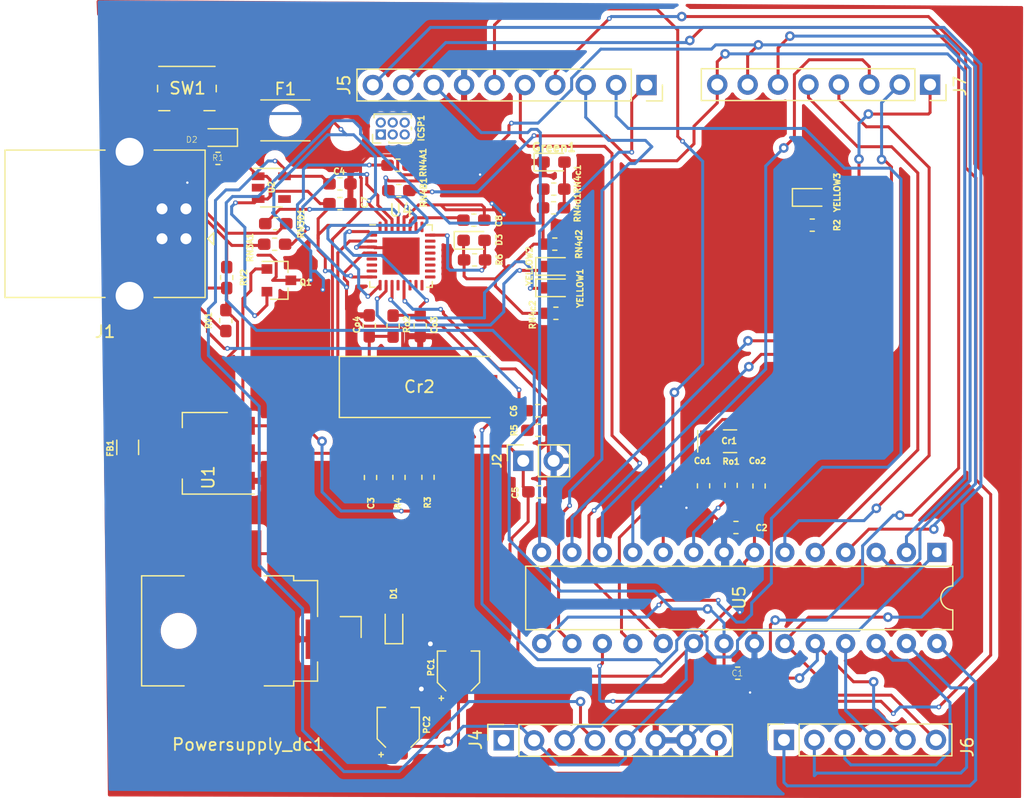
<source format=kicad_pcb>
(kicad_pcb (version 20171130) (host pcbnew "(5.1.6)-1")
  (layers (0 F.Cu signal) (31 B.Cu signal) (34 B.Paste user) (35 F.Paste user) (36 B.SilkS user) (37 F.SilkS user) (38 B.Mask user) (39 F.Mask user) (44 Edge.Cuts user))
  (net 0 "")
  (net 1 GND)
  (net 2 +5V)
  (net 3 /+3v3)
  (net 4 RESET)
  (net 5 /UGND)
  (net 6 "Net-(C8-Pad1)")
  (net 7 "Net-(Co1-Pad2)")
  (net 8 "Net-(Co2-Pad1)")
  (net 9 "Net-(Co3-Pad2)")
  (net 10 "Net-(Co4-Pad1)")
  (net 11 /VIN)
  (net 12 "Net-(D1-Pad1)")
  (net 13 "Net-(D3-Pad2)")
  (net 14 /USBVCC)
  (net 15 "Net-(F1-Pad1)")
  (net 16 "Net-(Green1-Pad2)")
  (net 17 "Net-(J4-Pad1)")
  (net 18 AD5,SCL)
  (net 19 AD4,SDA)
  (net 20 /AREF)
  (net 21 IO13,SCK)
  (net 22 IO12,MISO)
  (net 23 IO11,MOSI)
  (net 24 IO10,SS)
  (net 25 IO9)
  (net 26 IO8)
  (net 27 AD3)
  (net 28 AD2)
  (net 29 AD1)
  (net 30 AD0)
  (net 31 IO7)
  (net 32 IO6)
  (net 33 IO5)
  (net 34 IO4)
  (net 35 IO3)
  (net 36 IO2)
  (net 37 IO1)
  (net 38 IO0)
  (net 39 "Net-(R2-Pad2)")
  (net 40 "Net-(R2-Pad1)")
  (net 41 "Net-(R3-Pad2)")
  (net 42 /D-)
  (net 43 "Net-(J1-Pad2)")
  (net 44 "Net-(J1-Pad3)")
  (net 45 /D+)
  (net 46 M8TXD)
  (net 47 M8RXD)
  (net 48 "Net-(RN4c2-Pad1)")
  (net 49 "Net-(RN4d2-Pad1)")
  (net 50 "Net-(U2-Pad4)")
  (net 51 "Net-(U2-Pad2)")
  (net 52 "Net-(U4-Pad26)")
  (net 53 "Net-(U4-Pad25)")
  (net 54 "Net-(U4-Pad23)")
  (net 55 "Net-(U4-Pad22)")
  (net 56 "Net-(U4-Pad21)")
  (net 57 "Net-(U4-Pad20)")
  (net 58 "Net-(U4-Pad19)")
  (net 59 "Net-(U4-Pad18)")
  (net 60 "Net-(U4-Pad12)")
  (net 61 RXLED)
  (net 62 "Net-(U4-Pad7)")
  (net 63 "Net-(U4-Pad6)")
  (net 64 "Net-(U4-Pad5)")
  (net 65 DTR)
  (net 66 MISO2)
  (net 67 MOSI2)
  (net 68 SCK2)
  (net 69 "Net-(U4-Pad14)")
  (net 70 TXLED)
  (net 71 "Net-(FB1-Pad1)")
  (module Inductor_SMD:L_0603_1608Metric_Pad1.05x0.95mm_HandSolder (layer F.Cu) (at 30.5054 35.67938 270)
    (fp_text reference RV2 (at 0 -1.43 90) (layer F.SilkS) (effects (font (size 0.5 0.5) (thickness 0.125))))
    (fp_text value Varistor)
    (pad 2 smd roundrect (at 0.875 0 270) (size 1.05 0.95) (layers F.Cu F.Paste F.Mask) (net 71 "Net-(FB1-Pad1)"))
    (pad 1 smd roundrect (at -0.875 0 270) (size 1.05 0.95) (layers F.Cu F.Paste F.Mask) (net 43 "Net-(J1-Pad2)"))
  )
  (module Inductor_SMD:L_0603_1608Metric_Pad1.05x0.95mm_HandSolder (layer F.Cu) (at 30.43174 39.27094 90)
    (fp_text reference RV1 (at 0 -1.43 90) (layer F.SilkS) (effects (font (size 0.5 0.5) (thickness 0.125))))
    (fp_text value Varistor)
    (pad 2 smd roundrect (at 0.875 0 90) (size 1.05 0.95) (layers F.Cu F.Paste F.Mask) (net 71 "Net-(FB1-Pad1)"))
    (pad 1 smd roundrect (at -0.875 0 90) (size 1.05 0.95) (layers F.Cu F.Paste F.Mask) (net 44 "Net-(J1-Pad3)"))
  )
  (module Connector_USB:USB_B_OST_USB-B1HSxx_Horizontal (layer F.Cu) (at 27.1018 32.43072 180)
    (fp_text reference J1 (at 6.76 -7.77) (layer F.SilkS))
    (fp_text value USB_B_Micro)
    (pad 5 thru_hole circle (at 4.71 7.27 180) (size 3.5 3.5) (drill 2.33) (layers *.Cu *.Mask) (net 5 /UGND))
    (pad 5 thru_hole circle (at 4.71 -4.77 180) (size 3.5 3.5) (drill 2.33) (layers *.Cu *.Mask) (net 5 /UGND))
    (pad 4 thru_hole circle (at 2 0 180) (size 1.7 1.7) (drill 0.92) (layers *.Cu *.Mask) (net 71 "Net-(FB1-Pad1)"))
    (pad 3 thru_hole circle (at 2 2.5 180) (size 1.7 1.7) (drill 0.92) (layers *.Cu *.Mask) (net 44 "Net-(J1-Pad3)"))
    (pad 2 thru_hole circle (at 0 2.5 180) (size 1.7 1.7) (drill 0.92) (layers *.Cu *.Mask) (net 43 "Net-(J1-Pad2)"))
    (pad 1 thru_hole rect (at 0 0 180) (size 1.7 1.7) (drill 0.92) (layers *.Cu *.Mask) (net 15 "Net-(F1-Pad1)"))
  )
  (module Fuse:Fuse_1206_3216Metric_Pad1.42x1.75mm_HandSolder (layer F.Cu) (at 22.23516 49.87036 90)
    (fp_text reference FB1 (at -0.07526 -1.46304 90) (layer F.SilkS) (effects (font (size 0.5 0.5) (thickness 0.125))))
    (fp_text value BLM21PG2215N1D)
    (pad 2 smd roundrect (at 1.4875 0 90) (size 1.425 1.75) (layers F.Cu F.Paste F.Mask) (roundrect_rratio 0.175439) (net 5 /UGND))
    (pad 1 smd roundrect (at -1.4875 0 90) (size 1.425 1.75) (layers F.Cu F.Paste F.Mask) (roundrect_rratio 0.175439) (net 71 "Net-(FB1-Pad1)"))
  )
  (module Fuse:Fuse_2512_6332Metric_Pad1.52x3.35mm_HandSolder (layer F.Cu) (at 35.4076 22.53742)
    (fp_text reference F1 (at 0 -2.62) (layer F.SilkS))
    (fp_text value 500mA)
    (pad 2 smd roundrect (at 2.9875 0) (size 1.525 3.35) (layers F.Cu F.Paste F.Mask) (roundrect_rratio 0.163934) (net 14 /USBVCC))
    (pad 1 smd roundrect (at -2.9875 0) (size 1.525 3.35) (layers F.Cu F.Paste F.Mask) (roundrect_rratio 0.163934) (net 15 "Net-(F1-Pad1)"))
  )
  (module Crystal:Crystal_SMD_EuroQuartz_EQ161-2Pin_3.2x1.5mm_HandSoldering (layer F.Cu) (at 72.55704 49.35982)
    (fp_text reference Cr1 (at -0.07052 -0.02794) (layer F.SilkS) (effects (font (size 0.5 0.5) (thickness 0.125))))
    (fp_text value 16MHz)
    (pad 2 smd rect (at 1.625 0) (size 1.75 1.8) (layers F.Cu F.Paste F.Mask) (net 7 "Net-(Co1-Pad2)"))
    (pad 1 smd rect (at -1.625 0) (size 1.75 1.8) (layers F.Cu F.Paste F.Mask) (net 8 "Net-(Co2-Pad1)"))
  )
  (module Connector_PinSocket_2.54mm:PinSocket_1x08_P2.54mm_Vertical (layer F.Cu) (at 89.2683 19.54784 270)
    (fp_text reference J7 (at 0.12192 -2.5019 90) (layer F.SilkS))
    (fp_text value Screw_Terminal_01x8)
    (pad 8 thru_hole oval (at 0 17.78 270) (size 1.7 1.7) (drill 1) (layers *.Cu *.Mask) (net 31 IO7))
    (pad 7 thru_hole oval (at 0 15.24 270) (size 1.7 1.7) (drill 1) (layers *.Cu *.Mask) (net 32 IO6))
    (pad 6 thru_hole oval (at 0 12.7 270) (size 1.7 1.7) (drill 1) (layers *.Cu *.Mask) (net 33 IO5))
    (pad 5 thru_hole oval (at 0 10.16 270) (size 1.7 1.7) (drill 1) (layers *.Cu *.Mask) (net 34 IO4))
    (pad 4 thru_hole oval (at 0 7.62 270) (size 1.7 1.7) (drill 1) (layers *.Cu *.Mask) (net 35 IO3))
    (pad 3 thru_hole oval (at 0 5.08 270) (size 1.7 1.7) (drill 1) (layers *.Cu *.Mask) (net 36 IO2))
    (pad 2 thru_hole oval (at 0 2.54 270) (size 1.7 1.7) (drill 1) (layers *.Cu *.Mask) (net 37 IO1))
    (pad 1 thru_hole rect (at 0 0 270) (size 1.7 1.7) (drill 1) (layers *.Cu *.Mask) (net 38 IO0))
  )
  (module Connector_PinSocket_2.54mm:PinSocket_1x06_P2.54mm_Vertical (layer F.Cu) (at 77.05852 74.32802 90)
    (fp_text reference J6 (at -0.59436 15.31874 90) (layer F.SilkS))
    (fp_text value Screw_Terminal_01x06)
    (pad 6 thru_hole oval (at 0 12.7 90) (size 1.7 1.7) (drill 1) (layers *.Cu *.Mask) (net 18 AD5,SCL))
    (pad 5 thru_hole oval (at 0 10.16 90) (size 1.7 1.7) (drill 1) (layers *.Cu *.Mask) (net 19 AD4,SDA))
    (pad 4 thru_hole oval (at 0 7.62 90) (size 1.7 1.7) (drill 1) (layers *.Cu *.Mask) (net 27 AD3))
    (pad 3 thru_hole oval (at 0 5.08 90) (size 1.7 1.7) (drill 1) (layers *.Cu *.Mask) (net 28 AD2))
    (pad 2 thru_hole oval (at 0 2.54 90) (size 1.7 1.7) (drill 1) (layers *.Cu *.Mask) (net 29 AD1))
    (pad 1 thru_hole rect (at 0 0 90) (size 1.7 1.7) (drill 1) (layers *.Cu *.Mask) (net 30 AD0))
  )
  (module Connector_PinSocket_2.54mm:PinSocket_1x10_P2.54mm_Vertical (layer F.Cu) (at 65.57772 19.58086 270)
    (fp_text reference J5 (at 0 25.26284 90) (layer F.SilkS))
    (fp_text value Screw_Terminal_01x10)
    (pad 10 thru_hole oval (at 0 22.86 270) (size 1.7 1.7) (drill 1) (layers *.Cu *.Mask) (net 18 AD5,SCL))
    (pad 9 thru_hole oval (at 0 20.32 270) (size 1.7 1.7) (drill 1) (layers *.Cu *.Mask) (net 19 AD4,SDA))
    (pad 8 thru_hole oval (at 0 17.78 270) (size 1.7 1.7) (drill 1) (layers *.Cu *.Mask) (net 20 /AREF))
    (pad 7 thru_hole oval (at 0 15.24 270) (size 1.7 1.7) (drill 1) (layers *.Cu *.Mask) (net 1 GND))
    (pad 6 thru_hole oval (at 0 12.7 270) (size 1.7 1.7) (drill 1) (layers *.Cu *.Mask) (net 21 IO13,SCK))
    (pad 5 thru_hole oval (at 0 10.16 270) (size 1.7 1.7) (drill 1) (layers *.Cu *.Mask) (net 22 IO12,MISO))
    (pad 4 thru_hole oval (at 0 7.62 270) (size 1.7 1.7) (drill 1) (layers *.Cu *.Mask) (net 23 IO11,MOSI))
    (pad 3 thru_hole oval (at 0 5.08 270) (size 1.7 1.7) (drill 1) (layers *.Cu *.Mask) (net 24 IO10,SS))
    (pad 2 thru_hole oval (at 0 2.54 270) (size 1.7 1.7) (drill 1) (layers *.Cu *.Mask) (net 25 IO9))
    (pad 1 thru_hole rect (at 0 0 270) (size 1.7 1.7) (drill 1) (layers *.Cu *.Mask) (net 26 IO8))
  )
  (module Connector_PinSocket_2.54mm:PinSocket_1x08_P2.54mm_Vertical (layer F.Cu) (at 53.64734 74.36612 90)
    (fp_text reference J4 (at 0.05842 -2.33934 90) (layer F.SilkS))
    (fp_text value Screw_Terminal_01x8)
    (pad 8 thru_hole oval (at 0 17.78 90) (size 1.7 1.7) (drill 1) (layers *.Cu *.Mask) (net 11 /VIN))
    (pad 7 thru_hole oval (at 0 15.24 90) (size 1.7 1.7) (drill 1) (layers *.Cu *.Mask) (net 1 GND))
    (pad 6 thru_hole oval (at 0 12.7 90) (size 1.7 1.7) (drill 1) (layers *.Cu *.Mask) (net 1 GND))
    (pad 5 thru_hole oval (at 0 10.16 90) (size 1.7 1.7) (drill 1) (layers *.Cu *.Mask) (net 2 +5V))
    (pad 4 thru_hole oval (at 0 7.62 90) (size 1.7 1.7) (drill 1) (layers *.Cu *.Mask) (net 3 /+3v3))
    (pad 3 thru_hole oval (at 0 5.08 90) (size 1.7 1.7) (drill 1) (layers *.Cu *.Mask) (net 4 RESET))
    (pad 2 thru_hole oval (at 0 2.54 90) (size 1.7 1.7) (drill 1) (layers *.Cu *.Mask) (net 2 +5V))
    (pad 1 thru_hole rect (at 0 0 90) (size 1.7 1.7) (drill 1) (layers *.Cu *.Mask) (net 17 "Net-(J4-Pad1)"))
  )
  (module Connector_PinSocket_2.54mm:PinSocket_1x02_P2.54mm_Vertical (layer F.Cu) (at 55.28056 50.99304 90)
    (fp_text reference J2 (at -0.01524 -2.18948 90) (layer F.SilkS) (effects (font (size 0.7 0.7))))
    (fp_text value Screw_Terminal_01x02)
    (pad 2 thru_hole oval (at 0 2.54 90) (size 1.7 1.7) (drill 1) (layers *.Cu *.Mask) (net 1 GND))
    (pad 1 thru_hole rect (at 0 0 90) (size 1.7 1.7) (drill 1) (layers *.Cu *.Mask) (net 2 +5V))
  )
  (module LED_SMD:LED_0603_1608Metric_Pad1.05x0.95mm_HandSolder (layer F.Cu) (at 79.42704 28.97632)
    (fp_text reference YELLOW3 (at 2.07648 -0.41148 90) (layer F.SilkS) (effects (font (size 0.5 0.5) (thickness 0.125))))
    (fp_text value LED)
    (pad 2 smd roundrect (at 0.875 0) (size 1.05 0.95) (layers F.Cu F.Paste F.Mask) (net 39 "Net-(R2-Pad2)"))
    (pad 1 smd roundrect (at -0.875 0) (size 1.05 0.95) (layers F.Cu F.Paste F.Mask) (net 1 GND))
  )
  (module LED_SMD:LED_0603_1608Metric_Pad1.05x0.95mm_HandSolder (layer F.Cu) (at 57.9869 34.7472)
    (fp_text reference YELLOW2 (at -2.19456 -0.02286 90) (layer F.SilkS) (effects (font (size 0.5 0.5) (thickness 0.125))))
    (fp_text value ON)
    (pad 2 smd roundrect (at 0.875 0) (size 1.05 0.95) (layers F.Cu F.Paste F.Mask) (net 49 "Net-(RN4d2-Pad1)"))
    (pad 1 smd roundrect (at -0.875 0) (size 1.05 0.95) (layers F.Cu F.Paste F.Mask) (net 61 RXLED))
  )
  (module LED_SMD:LED_0603_1608Metric_Pad1.05x0.95mm_HandSolder (layer F.Cu) (at 57.99074 36.53536)
    (fp_text reference YELLOW1 (at 2.03708 0.0381 270) (layer F.SilkS) (effects (font (size 0.5 0.5) (thickness 0.125))))
    (fp_text value ON)
    (pad 2 smd roundrect (at 0.875 0) (size 1.05 0.95) (layers F.Cu F.Paste F.Mask) (net 48 "Net-(RN4c2-Pad1)"))
    (pad 1 smd roundrect (at -0.875 0) (size 1.05 0.95) (layers F.Cu F.Paste F.Mask) (net 70 TXLED))
  )
  (module Package_DIP:DIP-28_W7.62mm (layer F.Cu) (at 89.83472 58.65114 270)
    (fp_text reference U5 (at 3.78206 16.50492 90) (layer F.SilkS))
    (fp_text value ATmega328P-PU)
    (pad 28 thru_hole oval (at 7.62 0 270) (size 1.6 1.6) (drill 0.8) (layers *.Cu *.Mask) (net 30 AD0))
    (pad 14 thru_hole oval (at 0 33.02 270) (size 1.6 1.6) (drill 0.8) (layers *.Cu *.Mask) (net 26 IO8))
    (pad 27 thru_hole oval (at 7.62 2.54 270) (size 1.6 1.6) (drill 0.8) (layers *.Cu *.Mask) (net 29 AD1))
    (pad 13 thru_hole oval (at 0 30.48 270) (size 1.6 1.6) (drill 0.8) (layers *.Cu *.Mask) (net 38 IO0))
    (pad 26 thru_hole oval (at 7.62 5.08 270) (size 1.6 1.6) (drill 0.8) (layers *.Cu *.Mask) (net 28 AD2))
    (pad 12 thru_hole oval (at 0 27.94 270) (size 1.6 1.6) (drill 0.8) (layers *.Cu *.Mask) (net 37 IO1))
    (pad 25 thru_hole oval (at 7.62 7.62 270) (size 1.6 1.6) (drill 0.8) (layers *.Cu *.Mask) (net 27 AD3))
    (pad 11 thru_hole oval (at 0 25.4 270) (size 1.6 1.6) (drill 0.8) (layers *.Cu *.Mask) (net 36 IO2))
    (pad 24 thru_hole oval (at 7.62 10.16 270) (size 1.6 1.6) (drill 0.8) (layers *.Cu *.Mask) (net 19 AD4,SDA))
    (pad 10 thru_hole oval (at 0 22.86 270) (size 1.6 1.6) (drill 0.8) (layers *.Cu *.Mask) (net 7 "Net-(Co1-Pad2)"))
    (pad 23 thru_hole oval (at 7.62 12.7 270) (size 1.6 1.6) (drill 0.8) (layers *.Cu *.Mask) (net 18 AD5,SCL))
    (pad 9 thru_hole oval (at 0 20.32 270) (size 1.6 1.6) (drill 0.8) (layers *.Cu *.Mask) (net 8 "Net-(Co2-Pad1)"))
    (pad 22 thru_hole oval (at 7.62 15.24 270) (size 1.6 1.6) (drill 0.8) (layers *.Cu *.Mask) (net 1 GND))
    (pad 8 thru_hole oval (at 0 17.78 270) (size 1.6 1.6) (drill 0.8) (layers *.Cu *.Mask) (net 1 GND))
    (pad 21 thru_hole oval (at 7.62 17.78 270) (size 1.6 1.6) (drill 0.8) (layers *.Cu *.Mask) (net 20 /AREF))
    (pad 7 thru_hole oval (at 0 15.24 270) (size 1.6 1.6) (drill 0.8) (layers *.Cu *.Mask) (net 2 +5V))
    (pad 20 thru_hole oval (at 7.62 20.32 270) (size 1.6 1.6) (drill 0.8) (layers *.Cu *.Mask) (net 2 +5V))
    (pad 6 thru_hole oval (at 0 12.7 270) (size 1.6 1.6) (drill 0.8) (layers *.Cu *.Mask) (net 35 IO3))
    (pad 19 thru_hole oval (at 7.62 22.86 270) (size 1.6 1.6) (drill 0.8) (layers *.Cu *.Mask) (net 21 IO13,SCK))
    (pad 5 thru_hole oval (at 0 10.16 270) (size 1.6 1.6) (drill 0.8) (layers *.Cu *.Mask) (net 34 IO4))
    (pad 18 thru_hole oval (at 7.62 25.4 270) (size 1.6 1.6) (drill 0.8) (layers *.Cu *.Mask) (net 22 IO12,MISO))
    (pad 4 thru_hole oval (at 0 7.62 270) (size 1.6 1.6) (drill 0.8) (layers *.Cu *.Mask) (net 33 IO5))
    (pad 17 thru_hole oval (at 7.62 27.94 270) (size 1.6 1.6) (drill 0.8) (layers *.Cu *.Mask) (net 23 IO11,MOSI))
    (pad 3 thru_hole oval (at 0 5.08 270) (size 1.6 1.6) (drill 0.8) (layers *.Cu *.Mask) (net 32 IO6))
    (pad 16 thru_hole oval (at 7.62 30.48 270) (size 1.6 1.6) (drill 0.8) (layers *.Cu *.Mask) (net 24 IO10,SS))
    (pad 2 thru_hole oval (at 0 2.54 270) (size 1.6 1.6) (drill 0.8) (layers *.Cu *.Mask) (net 31 IO7))
    (pad 15 thru_hole oval (at 7.62 33.02 270) (size 1.6 1.6) (drill 0.8) (layers *.Cu *.Mask) (net 25 IO9))
    (pad 1 thru_hole rect (at 0 0 270) (size 1.6 1.6) (drill 0.8) (layers *.Cu *.Mask) (net 4 RESET))
  )
  (module Package_DFN_QFN:QFN-32-1EP_5x5mm_P0.5mm_EP3.1x3.1mm (layer F.Cu) (at 45.06976 33.87852)
    (fp_text reference U4 (at 0 -3.82) (layer F.SilkS))
    (fp_text value ATmega16U2-MU)
    (pad 33 smd rect (at 0 0) (size 3.1 3.1) (layers F.Cu F.Mask) (net 1 GND))
    (pad 32 smd roundrect (at -1.75 -2.4375) (size 0.25 0.875) (layers F.Cu F.Paste F.Mask) (net 2 +5V))
    (pad 31 smd roundrect (at -1.25 -2.4375) (size 0.25 0.875) (layers F.Cu F.Paste F.Mask) (net 14 /USBVCC))
    (pad 30 smd roundrect (at -0.75 -2.4375) (size 0.25 0.875) (layers F.Cu F.Paste F.Mask) (net 42 /D-))
    (pad 29 smd roundrect (at -0.25 -2.4375) (size 0.25 0.875) (layers F.Cu F.Paste F.Mask) (net 45 /D+))
    (pad 28 smd roundrect (at 0.25 -2.4375) (size 0.25 0.875) (layers F.Cu F.Paste F.Mask) (net 5 /UGND))
    (pad 27 smd roundrect (at 0.75 -2.4375) (size 0.25 0.875) (layers F.Cu F.Paste F.Mask) (net 6 "Net-(C8-Pad1)"))
    (pad 26 smd roundrect (at 1.25 -2.4375) (size 0.25 0.875) (layers F.Cu F.Paste F.Mask) (net 52 "Net-(U4-Pad26)"))
    (pad 25 smd roundrect (at 1.75 -2.4375) (size 0.25 0.875) (layers F.Cu F.Paste F.Mask) (net 53 "Net-(U4-Pad25)"))
    (pad 24 smd roundrect (at 2.4375 -1.75) (size 0.875 0.25) (layers F.Cu F.Paste F.Mask) (net 13 "Net-(D3-Pad2)"))
    (pad 23 smd roundrect (at 2.4375 -1.25) (size 0.875 0.25) (layers F.Cu F.Paste F.Mask) (net 54 "Net-(U4-Pad23)"))
    (pad 22 smd roundrect (at 2.4375 -0.75) (size 0.875 0.25) (layers F.Cu F.Paste F.Mask) (net 55 "Net-(U4-Pad22)"))
    (pad 21 smd roundrect (at 2.4375 -0.25) (size 0.875 0.25) (layers F.Cu F.Paste F.Mask) (net 56 "Net-(U4-Pad21)"))
    (pad 20 smd roundrect (at 2.4375 0.25) (size 0.875 0.25) (layers F.Cu F.Paste F.Mask) (net 57 "Net-(U4-Pad20)"))
    (pad 19 smd roundrect (at 2.4375 0.75) (size 0.875 0.25) (layers F.Cu F.Paste F.Mask) (net 58 "Net-(U4-Pad19)"))
    (pad 18 smd roundrect (at 2.4375 1.25) (size 0.875 0.25) (layers F.Cu F.Paste F.Mask) (net 59 "Net-(U4-Pad18)"))
    (pad 17 smd roundrect (at 2.4375 1.75) (size 0.875 0.25) (layers F.Cu F.Paste F.Mask) (net 66 MISO2))
    (pad 16 smd roundrect (at 1.75 2.4375) (size 0.25 0.875) (layers F.Cu F.Paste F.Mask) (net 67 MOSI2))
    (pad 15 smd roundrect (at 1.25 2.4375) (size 0.25 0.875) (layers F.Cu F.Paste F.Mask) (net 68 SCK2))
    (pad 14 smd roundrect (at 0.75 2.4375) (size 0.25 0.875) (layers F.Cu F.Paste F.Mask) (net 69 "Net-(U4-Pad14)"))
    (pad 13 smd roundrect (at 0.25 2.4375) (size 0.25 0.875) (layers F.Cu F.Paste F.Mask) (net 65 DTR))
    (pad 12 smd roundrect (at -0.25 2.4375) (size 0.25 0.875) (layers F.Cu F.Paste F.Mask) (net 60 "Net-(U4-Pad12)"))
    (pad 11 smd roundrect (at -0.75 2.4375) (size 0.25 0.875) (layers F.Cu F.Paste F.Mask) (net 70 TXLED))
    (pad 10 smd roundrect (at -1.25 2.4375) (size 0.25 0.875) (layers F.Cu F.Paste F.Mask) (net 61 RXLED))
    (pad 9 smd roundrect (at -1.75 2.4375) (size 0.25 0.875) (layers F.Cu F.Paste F.Mask) (net 47 M8RXD))
    (pad 8 smd roundrect (at -2.4375 1.75) (size 0.875 0.25) (layers F.Cu F.Paste F.Mask) (net 46 M8TXD))
    (pad 7 smd roundrect (at -2.4375 1.25) (size 0.875 0.25) (layers F.Cu F.Paste F.Mask) (net 62 "Net-(U4-Pad7)"))
    (pad 6 smd roundrect (at -2.4375 0.75) (size 0.875 0.25) (layers F.Cu F.Paste F.Mask) (net 63 "Net-(U4-Pad6)"))
    (pad 5 smd roundrect (at -2.4375 0.25) (size 0.875 0.25) (layers F.Cu F.Paste F.Mask) (net 64 "Net-(U4-Pad5)"))
    (pad 4 smd roundrect (at -2.4375 -0.25) (size 0.875 0.25) (layers F.Cu F.Paste F.Mask) (net 2 +5V))
    (pad 3 smd roundrect (at -2.4375 -0.75) (size 0.875 0.25) (layers F.Cu F.Paste F.Mask) (net 1 GND))
    (pad 2 smd roundrect (at -2.4375 -1.25) (size 0.875 0.25) (layers F.Cu F.Paste F.Mask) (net 10 "Net-(Co4-Pad1)"))
    (pad 1 smd roundrect (at -2.4375 -1.75) (size 0.875 0.25) (layers F.Cu F.Paste F.Mask) (net 9 "Net-(Co3-Pad2)"))
  )
  (module Package_TO_SOT_SMD:SOT-23-5 (layer F.Cu) (at 34.23412 28.16098)
    (fp_text reference U2 (at 0.0127 -0.0381 90) (layer F.SilkS) (effects (font (size 0.5 0.5) (thickness 0.125))))
    (fp_text value LP2985-3.3)
    (pad 5 smd rect (at 1.1 -0.95) (size 1.06 0.65) (layers F.Cu F.Paste F.Mask) (net 3 /+3v3))
    (pad 4 smd rect (at 1.1 0.95) (size 1.06 0.65) (layers F.Cu F.Paste F.Mask) (net 50 "Net-(U2-Pad4)"))
    (pad 3 smd rect (at -1.1 0.95) (size 1.06 0.65) (layers F.Cu F.Paste F.Mask) (net 2 +5V))
    (pad 2 smd rect (at -1.1 0) (size 1.06 0.65) (layers F.Cu F.Paste F.Mask) (net 51 "Net-(U2-Pad2)"))
    (pad 1 smd rect (at -1.1 -0.95) (size 1.06 0.65) (layers F.Cu F.Paste F.Mask) (net 2 +5V))
  )
  (module Package_TO_SOT_SMD:SOT-223-3_TabPin2 (layer F.Cu) (at 28.70708 50.3682 180)
    (fp_text reference U1 (at -0.26162 -2.01676 90) (layer F.SilkS))
    (fp_text value NCP1117-5.0_SOT223)
    (pad 1 smd rect (at -3.15 -2.3 180) (size 2 1.5) (layers F.Cu F.Paste F.Mask) (net 1 GND))
    (pad 3 smd rect (at -3.15 2.3 180) (size 2 1.5) (layers F.Cu F.Paste F.Mask) (net 11 /VIN))
    (pad 2 smd rect (at -3.15 0 180) (size 2 1.5) (layers F.Cu F.Paste F.Mask) (net 2 +5V))
    (pad 2 smd rect (at 3.15 0 180) (size 2 3.8) (layers F.Cu F.Paste F.Mask) (net 2 +5V))
  )
  (module Button_Switch_SMD:Panasonic_EVQPUJ_EVQPUA (layer F.Cu) (at 27.18054 19.8755 180)
    (fp_text reference SW1 (at -0.05588 0.02286) (layer F.SilkS))
    (fp_text value SW_Push_Dual)
    (pad 1 smd rect (at 2.625 -0.85) (size 1.55 1) (layers F.Cu F.Paste F.Mask) (net 4 RESET))
    (pad 1 smd rect (at -2.625 -0.85) (size 1.55 1) (layers F.Cu F.Paste F.Mask) (net 4 RESET))
    (pad 2 smd rect (at -2.625 0.85) (size 1.55 1) (layers F.Cu F.Paste F.Mask) (net 1 GND))
    (pad 2 smd rect (at 2.625 0.85) (size 1.55 1) (layers F.Cu F.Paste F.Mask) (net 1 GND))
  )
  (module Resistor_SMD:R_0603_1608Metric_Pad1.05x0.95mm_HandSolder (layer F.Cu) (at 44.40682 39.73322 90)
    (fp_text reference Ro2 (at 0.14986 1.143 90) (layer F.SilkS) (effects (font (size 0.5 0.5) (thickness 0.125))))
    (fp_text value 1M)
    (pad 2 smd roundrect (at 0.875 0 90) (size 1.05 0.95) (layers F.Cu F.Paste F.Mask) (net 9 "Net-(Co3-Pad2)"))
    (pad 1 smd roundrect (at -0.875 0 90) (size 1.05 0.95) (layers F.Cu F.Paste F.Mask) (net 10 "Net-(Co4-Pad1)"))
  )
  (module Resistor_SMD:R_0603_1608Metric_Pad1.05x0.95mm_HandSolder (layer F.Cu) (at 72.64654 53.04914 90)
    (fp_text reference Ro1 (at 2.00022 0 180) (layer F.SilkS) (effects (font (size 0.5 0.5) (thickness 0.125))))
    (fp_text value 1M)
    (pad 2 smd roundrect (at 0.875 0 90) (size 1.05 0.95) (layers F.Cu F.Paste F.Mask) (net 7 "Net-(Co1-Pad2)"))
    (pad 1 smd roundrect (at -0.875 0 90) (size 1.05 0.95) (layers F.Cu F.Paste F.Mask) (net 8 "Net-(Co2-Pad1)"))
  )
  (module Resistor_SMD:R_0603_1608Metric_Pad1.05x0.95mm_HandSolder (layer F.Cu) (at 57.91708 32.88284 180)
    (fp_text reference RN4d2 (at -2.01676 -0.00762 90) (layer F.SilkS) (effects (font (size 0.5 0.5) (thickness 0.125))))
    (fp_text value 1k)
    (pad 2 smd roundrect (at 0.875 0 180) (size 1.05 0.95) (layers F.Cu F.Paste F.Mask) (net 2 +5V))
    (pad 1 smd roundrect (at -0.875 0 180) (size 1.05 0.95) (layers F.Cu F.Paste F.Mask) (net 49 "Net-(RN4d2-Pad1)"))
  )
  (module Resistor_SMD:R_0603_1608Metric_Pad1.05x0.95mm_HandSolder (layer F.Cu) (at 57.81294 29.845 180)
    (fp_text reference RN4d1 (at -1.99644 0.01016 270) (layer F.SilkS) (effects (font (size 0.5 0.5) (thickness 0.125))))
    (fp_text value 1k)
    (pad 2 smd roundrect (at 0.875 0 180) (size 1.05 0.95) (layers F.Cu F.Paste F.Mask) (net 2 +5V))
    (pad 1 smd roundrect (at -0.875 0 180) (size 1.05 0.95) (layers F.Cu F.Paste F.Mask) (net 16 "Net-(Green1-Pad2)"))
  )
  (module Resistor_SMD:R_0603_1608Metric_Pad1.05x0.95mm_HandSolder (layer F.Cu) (at 58.00852 38.66388 180)
    (fp_text reference RN4c2 (at 1.9431 -0.12446 90) (layer F.SilkS) (effects (font (size 0.5 0.5) (thickness 0.125))))
    (fp_text value 1k)
    (pad 2 smd roundrect (at 0.875 0 180) (size 1.05 0.95) (layers F.Cu F.Paste F.Mask) (net 2 +5V))
    (pad 1 smd roundrect (at -0.875 0 180) (size 1.05 0.95) (layers F.Cu F.Paste F.Mask) (net 48 "Net-(RN4c2-Pad1)"))
  )
  (module Resistor_SMD:R_0603_1608Metric_Pad1.05x0.95mm_HandSolder (layer F.Cu) (at 57.82818 28.2829 180)
    (fp_text reference RN4c1 (at -1.99898 0.8382 90) (layer F.SilkS) (effects (font (size 0.5 0.5) (thickness 0.125))))
    (fp_text value 1k)
    (pad 2 smd roundrect (at 0.875 0 180) (size 1.05 0.95) (layers F.Cu F.Paste F.Mask) (net 2 +5V))
    (pad 1 smd roundrect (at -0.875 0 180) (size 1.05 0.95) (layers F.Cu F.Paste F.Mask) (net 16 "Net-(Green1-Pad2)"))
  )
  (module Resistor_SMD:R_0603_1608Metric_Pad1.05x0.95mm_HandSolder (layer F.Cu) (at 44.88688 28.40228 180)
    (fp_text reference RN4B1 (at -2.07518 -0.15748 90) (layer F.SilkS) (effects (font (size 0.5 0.5) (thickness 0.125))))
    (fp_text value 1K)
    (pad 2 smd roundrect (at 0.875 0 180) (size 1.05 0.95) (layers F.Cu F.Paste F.Mask) (net 47 M8RXD))
    (pad 1 smd roundrect (at -0.875 0 180) (size 1.05 0.95) (layers F.Cu F.Paste F.Mask) (net 31 IO7))
  )
  (module Resistor_SMD:R_0603_1608Metric_Pad1.05x0.95mm_HandSolder (layer F.Cu) (at 44.8183 26.28392 180)
    (fp_text reference RN4A1 (at -2.10058 0.22098 270) (layer F.SilkS) (effects (font (size 0.5 0.5) (thickness 0.125))))
    (fp_text value 1K)
    (pad 2 smd roundrect (at 0.875 0 180) (size 1.05 0.95) (layers F.Cu F.Paste F.Mask) (net 46 M8TXD))
    (pad 1 smd roundrect (at -0.875 0 180) (size 1.05 0.95) (layers F.Cu F.Paste F.Mask) (net 32 IO6))
  )
  (module Resistor_SMD:R_0603_1608Metric_Pad1.05x0.95mm_HandSolder (layer F.Cu) (at 34.60366 31.17088)
    (fp_text reference RN3D1 (at 2.11204 -0.01778 90) (layer F.SilkS) (effects (font (size 0.5 0.5) (thickness 0.125))))
    (fp_text value 22R)
    (pad 2 smd roundrect (at 0.875 0) (size 1.05 0.95) (layers F.Cu F.Paste F.Mask) (net 44 "Net-(J1-Pad3)"))
    (pad 1 smd roundrect (at -0.875 0) (size 1.05 0.95) (layers F.Cu F.Paste F.Mask) (net 45 /D+))
  )
  (module Resistor_SMD:R_0603_1608Metric_Pad1.05x0.95mm_HandSolder (layer F.Cu) (at 34.51352 32.89046)
    (fp_text reference RN3A1 (at -2.06248 0.2794 90) (layer F.SilkS) (effects (font (size 0.5 0.5) (thickness 0.125))))
    (fp_text value 22R)
    (pad 2 smd roundrect (at 0.875 0) (size 1.05 0.95) (layers F.Cu F.Paste F.Mask) (net 42 /D-))
    (pad 1 smd roundrect (at -0.875 0) (size 1.05 0.95) (layers F.Cu F.Paste F.Mask) (net 43 "Net-(J1-Pad2)"))
  )
  (module Resistor_SMD:R_0603_1608Metric_Pad1.05x0.95mm_HandSolder (layer F.Cu) (at 51.21402 34.19856)
    (fp_text reference R6 (at 2.07264 -0.02032 90) (layer F.SilkS) (effects (font (size 0.5 0.5) (thickness 0.125))))
    (fp_text value R)
    (pad 2 smd roundrect (at 0.875 0) (size 1.05 0.95) (layers F.Cu F.Paste F.Mask) (net 13 "Net-(D3-Pad2)"))
    (pad 1 smd roundrect (at -0.875 0) (size 1.05 0.95) (layers F.Cu F.Paste F.Mask) (net 2 +5V))
  )
  (module Resistor_SMD:R_0603_1608Metric_Pad1.05x0.95mm_HandSolder (layer F.Cu) (at 56.5023 48.44288)
    (fp_text reference R5 (at -1.9812 0.00762 90) (layer F.SilkS) (effects (font (size 0.5 0.5) (thickness 0.125))))
    (fp_text value 1k)
    (pad 2 smd roundrect (at 0.875 0) (size 1.05 0.95) (layers F.Cu F.Paste F.Mask) (net 1 GND))
    (pad 1 smd roundrect (at -0.875 0) (size 1.05 0.95) (layers F.Cu F.Paste F.Mask) (net 65 DTR))
  )
  (module Resistor_SMD:R_0603_1608Metric_Pad1.05x0.95mm_HandSolder (layer F.Cu) (at 44.89704 52.38242 270)
    (fp_text reference R4 (at 2.17554 0.08128 270) (layer F.SilkS) (effects (font (size 0.5 0.5) (thickness 0.125))))
    (fp_text value 10k)
    (pad 2 smd roundrect (at 0.875 0 270) (size 1.05 0.95) (layers F.Cu F.Paste F.Mask) (net 1 GND))
    (pad 1 smd roundrect (at -0.875 0 270) (size 1.05 0.95) (layers F.Cu F.Paste F.Mask) (net 41 "Net-(R3-Pad2)"))
  )
  (module Resistor_SMD:R_0603_1608Metric_Pad1.05x0.95mm_HandSolder (layer F.Cu) (at 47.32274 52.3748 90)
    (fp_text reference R3 (at -2.10944 -0.03302 90) (layer F.SilkS) (effects (font (size 0.5 0.5) (thickness 0.125))))
    (fp_text value 10k)
    (pad 2 smd roundrect (at 0.875 0 90) (size 1.05 0.95) (layers F.Cu F.Paste F.Mask) (net 41 "Net-(R3-Pad2)"))
    (pad 1 smd roundrect (at -0.875 0 90) (size 1.05 0.95) (layers F.Cu F.Paste F.Mask) (net 11 /VIN))
  )
  (module Resistor_SMD:R_0603_1608Metric_Pad1.05x0.95mm_HandSolder (layer F.Cu) (at 79.4245 31.29534)
    (fp_text reference R2 (at 2.07648 0.00508 90) (layer F.SilkS) (effects (font (size 0.5 0.5) (thickness 0.125))))
    (fp_text value 1k)
    (pad 2 smd roundrect (at 0.875 0) (size 1.05 0.95) (layers F.Cu F.Paste F.Mask) (net 39 "Net-(R2-Pad2)"))
    (pad 1 smd roundrect (at -0.875 0) (size 1.05 0.95) (layers F.Cu F.Paste F.Mask) (net 40 "Net-(R2-Pad1)"))
  )
  (module Resistor_SMD:R_0603_1608Metric_Pad1.05x0.95mm_HandSolder (layer F.Cu) (at 29.77134 25.71496 180)
    (fp_text reference R1 (at -0.00762 0.04572) (layer F.SilkS) (effects (font (size 0.5 0.5) (thickness 0.05))))
    (fp_text value 10k)
    (pad 2 smd roundrect (at 0.875 0 180) (size 1.05 0.95) (layers F.Cu F.Paste F.Mask) (net 4 RESET))
    (pad 1 smd roundrect (at -0.875 0 180) (size 1.05 0.95) (layers F.Cu F.Paste F.Mask) (net 2 +5V))
  )
  (module Package_TO_SOT_SMD:SOT-23 (layer F.Cu) (at 34.86658 35.90798)
    (fp_text reference Q1 (at 2.23774 0.1778) (layer F.SilkS) (effects (font (size 0.5 0.5) (thickness 0.125))))
    (fp_text value DMG2301L)
    (pad 3 smd rect (at 1 0) (size 0.9 0.8) (layers F.Cu F.Paste F.Mask) (net 14 /USBVCC))
    (pad 2 smd rect (at -1 0.95) (size 0.9 0.8) (layers F.Cu F.Paste F.Mask) (net 2 +5V))
    (pad 1 smd rect (at -1 -0.95) (size 0.9 0.8) (layers F.Cu F.Paste F.Mask) (net 11 /VIN))
  )
  (module Connector_BarrelJack:BarrelJack_CUI_PJ-036AH-SMT_Horizontal (layer F.Cu) (at 33.49752 65.20942 270)
    (fp_text reference Powersupply_dc1 (at 9.50468 1.19126 180) (layer F.SilkS))
    (fp_text value Barrel_Jack)
    (pad "" np_thru_hole circle (at 0 7 270) (size 2 2) (drill 2) (layers *.Cu *.Mask))
    (pad 3 smd rect (at 6.45 3.2 270) (size 3.9 6.2) (layers F.Cu F.Paste F.Mask))
    (pad 2 smd rect (at -6.45 3.2 270) (size 3.9 6.2) (layers F.Cu F.Paste F.Mask) (net 12 "Net-(D1-Pad1)"))
    (pad 1 smd rect (at 0.7 -5.8 270) (size 3.3 4.4) (layers F.Cu F.Paste F.Mask) (net 1 GND))
  )
  (module Capacitor_SMD:CP_Elec_3x5.4 (layer F.Cu) (at 44.83862 73.3679 90)
    (fp_text reference PC2 (at 0.30734 2.38252 90) (layer F.SilkS) (effects (font (size 0.5 0.5) (thickness 0.125))))
    (fp_text value 47u)
    (pad 2 smd roundrect (at 1.5 0 90) (size 2.2 1.6) (layers F.Cu F.Paste F.Mask) (roundrect_rratio 0.15625) (net 1 GND))
    (pad 1 smd roundrect (at -1.5 0 90) (size 2.2 1.6) (layers F.Cu F.Paste F.Mask) (roundrect_rratio 0.15625) (net 2 +5V))
  )
  (module Capacitor_SMD:CP_Elec_3x5.4 (layer F.Cu) (at 49.87036 68.6562 90)
    (fp_text reference PC1 (at 0.40386 -2.2987 90) (layer F.SilkS) (effects (font (size 0.5 0.5) (thickness 0.125))))
    (fp_text value 47u)
    (pad 2 smd roundrect (at 1.5 0 90) (size 2.2 1.6) (layers F.Cu F.Paste F.Mask) (roundrect_rratio 0.15625) (net 1 GND))
    (pad 1 smd roundrect (at -1.5 0 90) (size 2.2 1.6) (layers F.Cu F.Paste F.Mask) (roundrect_rratio 0.15625) (net 11 /VIN))
  )
  (module Connector_PinHeader_1.00mm:PinHeader_2x03_P1.00mm_Vertical (layer F.Cu) (at 43.37558 23.71598 90)
    (fp_text reference ICSP1 (at 0.52578 3.38328 90) (layer F.SilkS) (effects (font (size 0.5 0.5) (thickness 0.125))))
    (fp_text value 02x03)
    (pad 6 thru_hole oval (at 1 2 90) (size 0.85 0.85) (drill 0.5) (layers *.Cu *.Mask))
    (pad 5 thru_hole oval (at 0 2 90) (size 0.85 0.85) (drill 0.5) (layers *.Cu *.Mask))
    (pad 4 thru_hole oval (at 1 1 90) (size 0.85 0.85) (drill 0.5) (layers *.Cu *.Mask))
    (pad 3 thru_hole oval (at 0 1 90) (size 0.85 0.85) (drill 0.5) (layers *.Cu *.Mask))
    (pad 2 thru_hole oval (at 1 0 90) (size 0.85 0.85) (drill 0.5) (layers *.Cu *.Mask))
    (pad 1 thru_hole rect (at 0 0 90) (size 0.85 0.85) (drill 0.5) (layers *.Cu *.Mask))
  )
  (module LED_SMD:LED_0603_1608Metric_Pad1.05x0.95mm_HandSolder (layer F.Cu) (at 57.8485 26.0223)
    (fp_text reference Green1 (at -0.01016 -1.22174) (layer F.SilkS) (effects (font (size 0.7 0.7) (thickness 0.175))))
    (fp_text value ON)
    (pad 2 smd roundrect (at 0.875 0) (size 1.05 0.95) (layers F.Cu F.Paste F.Mask) (net 16 "Net-(Green1-Pad2)"))
    (pad 1 smd roundrect (at -0.875 0) (size 1.05 0.95) (layers F.Cu F.Paste F.Mask) (net 1 GND))
  )
  (module Diode_SMD:D_0603_1608Metric_Pad1.05x0.95mm_HandSolder (layer F.Cu) (at 51.17208 32.5628)
    (fp_text reference D3 (at 2.09426 -0.04064 90) (layer F.SilkS) (effects (font (size 0.5 0.5) (thickness 0.125))))
    (fp_text value D)
    (pad 2 smd roundrect (at 0.875 0) (size 1.05 0.95) (layers F.Cu F.Paste F.Mask) (net 13 "Net-(D3-Pad2)"))
    (pad 1 smd roundrect (at -0.875 0) (size 1.05 0.95) (layers F.Cu F.Paste F.Mask) (net 2 +5V))
  )
  (module Diode_SMD:D_0603_1608Metric_Pad1.05x0.95mm_HandSolder (layer F.Cu) (at 29.74594 23.96998 180)
    (fp_text reference D2 (at 2.16154 -0.1778) (layer F.SilkS) (effects (font (size 0.5 0.5) (thickness 0.05))))
    (fp_text value D)
    (pad 2 smd roundrect (at 0.875 0 180) (size 1.05 0.95) (layers F.Cu F.Paste F.Mask) (net 4 RESET))
    (pad 1 smd roundrect (at -0.875 0 180) (size 1.05 0.95) (layers F.Cu F.Paste F.Mask) (net 2 +5V))
  )
  (module Diode_SMD:D_0603_1608Metric_Pad1.05x0.95mm_HandSolder (layer F.Cu) (at 44.48048 64.62522 90)
    (fp_text reference D1 (at 2.53622 -0.02794 90) (layer F.SilkS) (effects (font (size 0.5 0.5) (thickness 0.125))))
    (fp_text value DIODE)
    (pad 2 smd roundrect (at 0.875 0 90) (size 1.05 0.95) (layers F.Cu F.Paste F.Mask) (net 11 /VIN))
    (pad 1 smd roundrect (at -0.875 0 90) (size 1.05 0.95) (layers F.Cu F.Paste F.Mask) (net 12 "Net-(D1-Pad1)"))
  )
  (module Crystal:Crystal_SMD_HC49-SD (layer F.Cu) (at 46.61662 44.82084)
    (fp_text reference Cr2 (at -0.01524 -0.02032) (layer F.SilkS))
    (fp_text value 16MHz)
    (pad 2 smd rect (at 4.25 0) (size 4.5 2) (layers F.Cu F.Paste F.Mask) (net 9 "Net-(Co3-Pad2)"))
    (pad 1 smd rect (at -4.25 0) (size 4.5 2) (layers F.Cu F.Paste F.Mask) (net 10 "Net-(Co4-Pad1)"))
  )
  (module Capacitor_SMD:C_0603_1608Metric_Pad1.05x0.95mm_HandSolder (layer F.Cu) (at 42.41546 39.7142 90)
    (fp_text reference Co4 (at 0.10036 -1.0414 90) (layer F.SilkS) (effects (font (size 0.5 0.5) (thickness 0.125))))
    (fp_text value 22p)
    (pad 2 smd roundrect (at 0.875 0 90) (size 1.05 0.95) (layers F.Cu F.Paste F.Mask) (net 1 GND))
    (pad 1 smd roundrect (at -0.875 0 90) (size 1.05 0.95) (layers F.Cu F.Paste F.Mask) (net 10 "Net-(Co4-Pad1)"))
  )
  (module Capacitor_SMD:C_0603_1608Metric_Pad1.05x0.95mm_HandSolder (layer F.Cu) (at 46.6725 39.70274 90)
    (fp_text reference Co3 (at 0.06858 1.17348 90) (layer F.SilkS) (effects (font (size 0.5 0.5) (thickness 0.125))))
    (fp_text value 22p)
    (pad 2 smd roundrect (at 0.875 0 90) (size 1.05 0.95) (layers F.Cu F.Paste F.Mask) (net 9 "Net-(Co3-Pad2)"))
    (pad 1 smd roundrect (at -0.875 0 90) (size 1.05 0.95) (layers F.Cu F.Paste F.Mask) (net 1 GND))
  )
  (module Capacitor_SMD:C_0603_1608Metric_Pad1.05x0.95mm_HandSolder (layer F.Cu) (at 74.9808 53.10248 270)
    (fp_text reference Co2 (at -2.1069 0.13462 180) (layer F.SilkS) (effects (font (size 0.5 0.5) (thickness 0.125))))
    (fp_text value 22p)
    (pad 2 smd roundrect (at 0.875 0 270) (size 1.05 0.95) (layers F.Cu F.Paste F.Mask) (net 1 GND))
    (pad 1 smd roundrect (at -0.875 0 270) (size 1.05 0.95) (layers F.Cu F.Paste F.Mask) (net 8 "Net-(Co2-Pad1)"))
  )
  (module Capacitor_SMD:C_0603_1608Metric_Pad1.05x0.95mm_HandSolder (layer F.Cu) (at 70.34276 53.086 90)
    (fp_text reference Co1 (at 2.09042 -0.08128 180) (layer F.SilkS) (effects (font (size 0.5 0.5) (thickness 0.125))))
    (fp_text value 22p)
    (pad 2 smd roundrect (at 0.875 0 90) (size 1.05 0.95) (layers F.Cu F.Paste F.Mask) (net 7 "Net-(Co1-Pad2)"))
    (pad 1 smd roundrect (at -0.875 0 90) (size 1.05 0.95) (layers F.Cu F.Paste F.Mask) (net 1 GND))
  )
  (module Capacitor_SMD:C_0603_1608Metric_Pad1.05x0.95mm_HandSolder (layer F.Cu) (at 51.1543 30.87624)
    (fp_text reference C8 (at 2.09934 0.06604 90) (layer F.SilkS) (effects (font (size 0.5 0.5) (thickness 0.125))))
    (fp_text value 1U)
    (pad 2 smd roundrect (at 0.875 0) (size 1.05 0.95) (layers F.Cu F.Paste F.Mask) (net 5 /UGND))
    (pad 1 smd roundrect (at -0.875 0) (size 1.05 0.95) (layers F.Cu F.Paste F.Mask) (net 6 "Net-(C8-Pad1)"))
  )
  (module Capacitor_SMD:C_0603_1608Metric_Pad1.05x0.95mm_HandSolder (layer F.Cu) (at 39.96182 29.49448)
    (fp_text reference C7 (at 2.08534 -0.09906 90) (layer F.SilkS) (effects (font (size 0.5 0.5) (thickness 0.125))))
    (fp_text value 100n)
    (pad 2 smd roundrect (at 0.875 0) (size 1.05 0.95) (layers F.Cu F.Paste F.Mask) (net 1 GND))
    (pad 1 smd roundrect (at -0.875 0) (size 1.05 0.95) (layers F.Cu F.Paste F.Mask) (net 2 +5V))
  )
  (module Capacitor_SMD:C_0603_1608Metric_Pad1.05x0.95mm_HandSolder (layer F.Cu) (at 56.4883 46.80458)
    (fp_text reference C6 (at -1.99768 0.0254 90) (layer F.SilkS) (effects (font (size 0.5 0.5) (thickness 0.125))))
    (fp_text value 100n)
    (pad 2 smd roundrect (at 0.875 0) (size 1.05 0.95) (layers F.Cu F.Paste F.Mask) (net 65 DTR))
    (pad 1 smd roundrect (at -0.875 0) (size 1.05 0.95) (layers F.Cu F.Paste F.Mask) (net 4 RESET))
  )
  (module Capacitor_SMD:C_0603_1608Metric_Pad1.05x0.95mm_HandSolder (layer F.Cu) (at 56.58358 53.58892)
    (fp_text reference C5 (at -1.97104 0.0762 90) (layer F.SilkS) (effects (font (size 0.5 0.5) (thickness 0.125))))
    (fp_text value 100n)
    (pad 2 smd roundrect (at 0.875 0) (size 1.05 0.95) (layers F.Cu F.Paste F.Mask) (net 1 GND))
    (pad 1 smd roundrect (at -0.875 0) (size 1.05 0.95) (layers F.Cu F.Paste F.Mask) (net 2 +5V))
  )
  (module Capacitor_SMD:C_0603_1608Metric_Pad1.05x0.95mm_HandSolder (layer F.Cu) (at 39.9669 27.84602)
    (fp_text reference C4 (at -0.05588 -1.0414) (layer F.SilkS) (effects (font (size 0.5 0.5) (thickness 0.125))))
    (fp_text value 1u)
    (pad 2 smd roundrect (at 0.875 0) (size 1.05 0.95) (layers F.Cu F.Paste F.Mask) (net 1 GND))
    (pad 1 smd roundrect (at -0.875 0) (size 1.05 0.95) (layers F.Cu F.Paste F.Mask) (net 3 /+3v3))
  )
  (module Capacitor_SMD:C_0603_1608Metric_Pad1.05x0.95mm_HandSolder (layer F.Cu) (at 42.52084 52.39004 270)
    (fp_text reference C3 (at 2.15138 -0.04194 90) (layer F.SilkS) (effects (font (size 0.5 0.5) (thickness 0.125))))
    (fp_text value 100n)
    (pad 2 smd roundrect (at 0.875 0 270) (size 1.05 0.95) (layers F.Cu F.Paste F.Mask) (net 1 GND))
    (pad 1 smd roundrect (at -0.875 0 270) (size 1.05 0.95) (layers F.Cu F.Paste F.Mask) (net 2 +5V))
  )
  (module Capacitor_SMD:C_0603_1608Metric_Pad1.05x0.95mm_HandSolder (layer F.Cu) (at 73.0504 56.57088 180)
    (fp_text reference C2 (at -2.13868 -0.02794) (layer F.SilkS) (effects (font (size 0.5 0.5) (thickness 0.125))))
    (fp_text value 100n)
    (pad 2 smd roundrect (at 0.875 0 180) (size 1.05 0.95) (layers F.Cu F.Paste F.Mask) (net 1 GND))
    (pad 1 smd roundrect (at -0.875 0 180) (size 1.05 0.95) (layers F.Cu F.Paste F.Mask) (net 2 +5V))
  )
  (module Capacitor_SMD:C_0603_1608Metric_Pad1.05x0.95mm_HandSolder (layer F.Cu) (at 73.19642 68.75018)
    (fp_text reference C1 (at -0.02918 0) (layer F.SilkS) (effects (font (size 0.5 0.5) (thickness 0.05))))
    (fp_text value 100n)
    (pad 2 smd roundrect (at 0.875 0) (size 1.05 0.95) (layers F.Cu F.Paste F.Mask) (net 1 GND))
    (pad 1 smd roundrect (at -0.875 0) (size 1.05 0.95) (layers F.Cu F.Paste F.Mask) (net 20 /AREF))
  )
  (segment (start 40.8419 29.4894) (end 40.83682 29.49448) (width 0.25) (layer F.Cu) (net 1))
  (segment (start 74.59472 68.22688) (end 74.07142 68.75018) (width 0.25) (layer F.Cu) (net 1))
  (segment (start 74.59472 66.27114) (end 74.59472 68.22688) (width 0.25) (layer F.Cu) (net 1))
  (segment (start 72.05472 56.69156) (end 72.1754 56.57088) (width 0.25) (layer F.Cu) (net 1))
  (segment (start 72.05472 58.65114) (end 72.05472 56.69156) (width 0.25) (layer F.Cu) (net 1))
  (segment (start 74.9808 53.97748) (end 74.9808 54.7878) (width 0.25) (layer F.Cu) (net 1))
  (segment (start 73.95848 54.7878) (end 72.1754 56.57088) (width 0.25) (layer F.Cu) (net 1))
  (segment (start 74.9808 54.7878) (end 73.95848 54.7878) (width 0.25) (layer F.Cu) (net 1))
  (segment (start 70.34276 54.73824) (end 72.1754 56.57088) (width 0.25) (layer F.Cu) (net 1))
  (segment (start 70.34276 53.961) (end 70.34276 54.73824) (width 0.25) (layer F.Cu) (net 1))
  (segment (start 24.55554 19.0255) (end 29.80554 19.0255) (width 0.25) (layer F.Cu) (net 1))
  (segment (start 66.34734 74.36612) (end 68.88734 74.36612) (width 0.25) (layer B.Cu) (net 1))
  (segment (start 68.88734 74.36612) (end 70.79488 72.45858) (width 0.25) (layer B.Cu) (net 1))
  (segment (start 70.79488 72.45858) (end 72.136 72.45858) (width 0.25) (layer B.Cu) (net 1))
  (segment (start 72.136 72.45858) (end 74.22896 70.36562) (width 0.25) (layer B.Cu) (net 1))
  (via (at 74.22896 70.36308) (size 0.4) (drill 0.2) (layers F.Cu B.Cu) (net 1))
  (segment (start 74.22896 70.36562) (end 74.22896 70.36308) (width 0.25) (layer B.Cu) (net 1))
  (segment (start 74.22896 68.90772) (end 74.07142 68.75018) (width 0.25) (layer F.Cu) (net 1))
  (segment (start 74.22896 70.36308) (end 74.22896 68.90772) (width 0.25) (layer F.Cu) (net 1))
  (segment (start 57.3773 50.54978) (end 57.82056 50.99304) (width 0.25) (layer F.Cu) (net 1))
  (segment (start 57.3773 48.44288) (end 57.3773 50.54978) (width 0.25) (layer F.Cu) (net 1))
  (segment (start 44.88942 53.26504) (end 44.89704 53.25742) (width 0.25) (layer F.Cu) (net 1))
  (segment (start 42.52084 53.26504) (end 44.88942 53.26504) (width 0.25) (layer F.Cu) (net 1))
  (segment (start 41.924 52.6682) (end 42.52084 53.26504) (width 0.25) (layer F.Cu) (net 1))
  (segment (start 31.85708 52.6682) (end 41.924 52.6682) (width 0.25) (layer F.Cu) (net 1))
  (via (at 73.37552 63.65494) (size 0.4) (drill 0.2) (layers F.Cu B.Cu) (net 1))
  (segment (start 74.59472 66.27114) (end 74.59472 64.87414) (width 0.25) (layer F.Cu) (net 1))
  (segment (start 74.59472 64.87414) (end 73.37552 63.65494) (width 0.25) (layer F.Cu) (net 1))
  (segment (start 73.37552 63.65494) (end 72.37222 62.65164) (width 0.25) (layer B.Cu) (net 1))
  (segment (start 72.37222 58.96864) (end 72.05472 58.65114) (width 0.25) (layer B.Cu) (net 1))
  (segment (start 72.37222 62.65164) (end 72.37222 58.96864) (width 0.25) (layer B.Cu) (net 1))
  (via (at 46.76648 70.06844) (size 0.8) (drill 0.4) (layers F.Cu B.Cu) (net 1))
  (segment (start 44.83862 71.8679) (end 44.96702 71.8679) (width 0.25) (layer F.Cu) (net 1))
  (segment (start 44.96702 71.8679) (end 46.76648 70.06844) (width 0.25) (layer F.Cu) (net 1))
  (segment (start 46.76648 70.06844) (end 47.28718 69.54774) (width 0.25) (layer B.Cu) (net 1))
  (via (at 47.52086 66.29654) (size 0.8) (drill 0.4) (layers F.Cu B.Cu) (net 1))
  (segment (start 47.28718 69.54774) (end 47.28718 66.53022) (width 0.25) (layer B.Cu) (net 1))
  (segment (start 47.28718 66.53022) (end 47.52086 66.29654) (width 0.25) (layer B.Cu) (net 1))
  (segment (start 48.38052 67.1562) (end 49.87036 67.1562) (width 0.25) (layer F.Cu) (net 1))
  (segment (start 47.52086 66.29654) (end 48.38052 67.1562) (width 0.25) (layer F.Cu) (net 1))
  (segment (start 44.83862 71.8679) (end 43.28782 71.8679) (width 0.25) (layer F.Cu) (net 1))
  (segment (start 39.29752 67.8776) (end 39.29752 65.90942) (width 0.25) (layer F.Cu) (net 1))
  (segment (start 43.28782 71.8679) (end 39.29752 67.8776) (width 0.25) (layer F.Cu) (net 1))
  (segment (start 57.82056 53.22694) (end 57.45858 53.58892) (width 0.25) (layer F.Cu) (net 1))
  (segment (start 57.82056 50.99304) (end 57.82056 53.22694) (width 0.25) (layer F.Cu) (net 1))
  (segment (start 57.45858 53.58892) (end 66.34734 53.58892) (width 0.25) (layer F.Cu) (net 1))
  (via (at 66.78676 53.1495) (size 0.4) (drill 0.2) (layers F.Cu B.Cu) (net 1))
  (segment (start 66.34734 53.58892) (end 66.78676 53.1495) (width 0.25) (layer F.Cu) (net 1))
  (via (at 68.91274 54.92496) (size 0.4) (drill 0.2) (layers F.Cu B.Cu) (net 1))
  (segment (start 66.78676 53.1495) (end 68.56222 54.92496) (width 0.25) (layer B.Cu) (net 1))
  (segment (start 68.56222 54.92496) (end 68.91274 54.92496) (width 0.25) (layer B.Cu) (net 1))
  (segment (start 69.3788 54.92496) (end 70.34276 53.961) (width 0.25) (layer F.Cu) (net 1))
  (segment (start 68.91274 54.92496) (end 69.3788 54.92496) (width 0.25) (layer F.Cu) (net 1))
  (segment (start 40.8419 27.84602) (end 40.8419 29.4894) (width 0.25) (layer F.Cu) (net 1))
  (segment (start 25.55708 50.3682) (end 31.85708 50.3682) (width 0.25) (layer F.Cu) (net 2))
  (segment (start 50.29708 34.15662) (end 50.33902 34.19856) (width 0.25) (layer F.Cu) (net 2))
  (segment (start 50.29708 32.5628) (end 50.29708 34.15662) (width 0.25) (layer F.Cu) (net 2))
  (segment (start 33.13412 27.21098) (end 33.84546 27.21098) (width 0.25) (layer F.Cu) (net 2))
  (segment (start 33.84546 27.21098) (end 34.13252 27.49804) (width 0.25) (layer F.Cu) (net 2))
  (segment (start 34.13252 28.89258) (end 33.91412 29.11098) (width 0.25) (layer F.Cu) (net 2))
  (segment (start 34.13252 27.49804) (end 34.13252 28.89258) (width 0.25) (layer F.Cu) (net 2))
  (segment (start 74.59472 57.2402) (end 73.9254 56.57088) (width 0.25) (layer F.Cu) (net 2))
  (segment (start 74.59472 58.65114) (end 74.59472 57.2402) (width 0.25) (layer F.Cu) (net 2))
  (segment (start 30.62094 25.68956) (end 30.64634 25.71496) (width 0.25) (layer F.Cu) (net 2))
  (segment (start 30.62094 23.96998) (end 30.62094 25.68956) (width 0.25) (layer F.Cu) (net 2))
  (segment (start 31.6381 25.71496) (end 33.13412 27.21098) (width 0.25) (layer F.Cu) (net 2))
  (segment (start 30.64634 25.71496) (end 31.6381 25.71496) (width 0.25) (layer F.Cu) (net 2))
  (via (at 49.00676 74.44994) (size 0.8) (drill 0.4) (layers F.Cu B.Cu) (net 2))
  (segment (start 44.83862 74.8679) (end 48.5888 74.8679) (width 0.25) (layer F.Cu) (net 2))
  (segment (start 48.5888 74.8679) (end 49.00676 74.44994) (width 0.25) (layer F.Cu) (net 2))
  (segment (start 55.012339 73.191119) (end 56.18734 74.36612) (width 0.25) (layer B.Cu) (net 2))
  (segment (start 50.265581 73.191119) (end 55.012339 73.191119) (width 0.25) (layer B.Cu) (net 2))
  (segment (start 49.00676 74.44994) (end 50.265581 73.191119) (width 0.25) (layer B.Cu) (net 2))
  (segment (start 63.80734 74.36612) (end 63.80734 75.85456) (width 0.25) (layer B.Cu) (net 2))
  (segment (start 63.80734 75.85456) (end 63.246 76.4159) (width 0.25) (layer B.Cu) (net 2))
  (segment (start 58.23712 76.4159) (end 56.18734 74.36612) (width 0.25) (layer B.Cu) (net 2))
  (segment (start 63.246 76.4159) (end 58.23712 76.4159) (width 0.25) (layer B.Cu) (net 2))
  (segment (start 63.80734 74.36612) (end 68.89496 69.2785) (width 0.25) (layer B.Cu) (net 2))
  (segment (start 68.89496 66.8909) (end 69.51472 66.27114) (width 0.25) (layer B.Cu) (net 2))
  (segment (start 68.89496 69.2785) (end 68.89496 66.8909) (width 0.25) (layer B.Cu) (net 2))
  (segment (start 42.52084 51.51504) (end 42.52084 50.7378) (width 0.25) (layer F.Cu) (net 2))
  (segment (start 42.52084 50.7378) (end 43.49242 49.76622) (width 0.25) (layer F.Cu) (net 2))
  (segment (start 54.05374 49.76622) (end 55.28056 50.99304) (width 0.25) (layer F.Cu) (net 2))
  (segment (start 43.49242 49.76622) (end 54.05374 49.76622) (width 0.25) (layer F.Cu) (net 2))
  (segment (start 31.85708 50.3682) (end 42.89044 50.3682) (width 0.25) (layer F.Cu) (net 2))
  (segment (start 69.51472 66.27114) (end 73.77938 62.00648) (width 0.25) (layer F.Cu) (net 2))
  (segment (start 73.77938 59.46648) (end 74.59472 58.65114) (width 0.25) (layer F.Cu) (net 2))
  (segment (start 73.77938 62.00648) (end 73.77938 59.46648) (width 0.25) (layer F.Cu) (net 2))
  (segment (start 33.86658 36.85798) (end 33.86658 37.97986) (width 0.25) (layer F.Cu) (net 2))
  (segment (start 33.86658 37.97986) (end 33.05556 38.79088) (width 0.25) (layer F.Cu) (net 2))
  (via (at 32.8422 38.862) (size 0.4) (drill 0.2) (layers F.Cu B.Cu) (net 2))
  (segment (start 33.05556 38.79088) (end 32.91332 38.79088) (width 0.25) (layer F.Cu) (net 2))
  (segment (start 32.91332 38.79088) (end 32.8422 38.862) (width 0.25) (layer F.Cu) (net 2))
  (segment (start 32.8422 38.862) (end 32.02432 38.04412) (width 0.25) (layer B.Cu) (net 2))
  (segment (start 32.02432 38.04412) (end 32.02432 31.49092) (width 0.25) (layer B.Cu) (net 2))
  (segment (start 32.02432 31.49092) (end 30.91942 30.38602) (width 0.25) (layer B.Cu) (net 2))
  (segment (start 30.91942 30.38602) (end 30.91942 29.74594) (width 0.25) (layer B.Cu) (net 2))
  (via (at 31.23946 29.4259) (size 0.4) (drill 0.2) (layers F.Cu B.Cu) (net 2))
  (segment (start 30.91942 29.74594) (end 31.23946 29.4259) (width 0.25) (layer B.Cu) (net 2))
  (segment (start 32.8192 29.4259) (end 33.13412 29.11098) (width 0.25) (layer F.Cu) (net 2))
  (segment (start 31.23946 29.4259) (end 32.8192 29.4259) (width 0.25) (layer F.Cu) (net 2))
  (segment (start 55.28056 53.1609) (end 55.70858 53.58892) (width 0.25) (layer F.Cu) (net 2))
  (segment (start 55.28056 50.99304) (end 55.28056 53.1609) (width 0.25) (layer F.Cu) (net 2))
  (segment (start 55.689719 53.607781) (end 55.689719 56.090601) (width 0.25) (layer F.Cu) (net 2))
  (segment (start 55.70858 53.58892) (end 55.689719 53.607781) (width 0.25) (layer F.Cu) (net 2))
  (segment (start 55.689719 56.090601) (end 54.32298 57.45734) (width 0.25) (layer F.Cu) (net 2))
  (segment (start 54.32298 57.824402) (end 54.17312 57.974262) (width 0.25) (layer F.Cu) (net 2))
  (segment (start 54.32298 57.45734) (end 54.32298 57.824402) (width 0.25) (layer F.Cu) (net 2))
  (segment (start 54.17312 57.974262) (end 54.17312 61.74994) (width 0.25) (layer F.Cu) (net 2))
  (segment (start 54.17312 61.74994) (end 54.92242 62.49924) (width 0.25) (layer F.Cu) (net 2))
  (segment (start 54.92242 66.043842) (end 54.83352 66.132742) (width 0.25) (layer F.Cu) (net 2))
  (segment (start 54.92242 62.49924) (end 54.92242 66.043842) (width 0.25) (layer F.Cu) (net 2))
  (segment (start 54.83352 66.132742) (end 54.83352 68.2498) (width 0.25) (layer F.Cu) (net 2))
  (segment (start 54.83352 68.2498) (end 55.58282 68.9991) (width 0.25) (layer F.Cu) (net 2))
  (segment (start 66.78676 68.9991) (end 69.51472 66.27114) (width 0.25) (layer F.Cu) (net 2))
  (segment (start 55.58282 68.9991) (end 66.78676 68.9991) (width 0.25) (layer F.Cu) (net 2))
  (segment (start 56.95318 29.82976) (end 56.93794 29.845) (width 0.25) (layer F.Cu) (net 2))
  (segment (start 56.95318 28.2829) (end 56.95318 29.82976) (width 0.25) (layer F.Cu) (net 2))
  (segment (start 56.93794 32.7787) (end 57.04208 32.88284) (width 0.25) (layer F.Cu) (net 2))
  (segment (start 56.93794 29.845) (end 56.93794 32.7787) (width 0.25) (layer F.Cu) (net 2))
  (segment (start 57.04208 32.88284) (end 56.14924 32.88284) (width 0.25) (layer F.Cu) (net 2))
  (segment (start 56.14924 32.88284) (end 54.33314 34.69894) (width 0.25) (layer F.Cu) (net 2))
  (segment (start 54.33314 34.69894) (end 54.0385 34.69894) (width 0.25) (layer F.Cu) (net 2))
  (segment (start 52.95392 35.78352) (end 50.56378 35.78352) (width 0.25) (layer F.Cu) (net 2))
  (segment (start 50.33902 35.55876) (end 50.33902 34.19856) (width 0.25) (layer F.Cu) (net 2))
  (segment (start 50.56378 35.78352) (end 50.33902 35.55876) (width 0.25) (layer F.Cu) (net 2))
  (segment (start 57.13352 38.66388) (end 55.22722 38.66388) (width 0.25) (layer F.Cu) (net 2))
  (segment (start 52.95392 36.39058) (end 52.95392 35.78352) (width 0.25) (layer F.Cu) (net 2))
  (segment (start 55.22722 38.66388) (end 52.95392 36.39058) (width 0.25) (layer F.Cu) (net 2))
  (segment (start 39.08682 29.49448) (end 38.31336 29.49448) (width 0.25) (layer F.Cu) (net 2))
  (segment (start 33.91412 29.11098) (end 33.13412 29.11098) (width 0.25) (layer F.Cu) (net 2))
  (segment (start 34.564121 28.460979) (end 33.91412 29.11098) (width 0.25) (layer F.Cu) (net 2))
  (segment (start 37.279859 28.460979) (end 34.564121 28.460979) (width 0.25) (layer F.Cu) (net 2))
  (segment (start 38.31336 29.49448) (end 37.279859 28.460979) (width 0.25) (layer F.Cu) (net 2))
  (segment (start 43.187559 31.308819) (end 38.952661 31.308819) (width 0.25) (layer F.Cu) (net 2))
  (segment (start 43.31976 31.44102) (end 43.187559 31.308819) (width 0.25) (layer F.Cu) (net 2))
  (segment (start 38.952661 31.308819) (end 38.14572 32.11576) (width 0.25) (layer F.Cu) (net 2))
  (via (at 38.74262 35.1155) (size 0.4) (drill 0.2) (layers F.Cu B.Cu) (net 2))
  (segment (start 38.14572 33.38322) (end 38.74262 33.98012) (width 0.25) (layer F.Cu) (net 2))
  (segment (start 38.74262 33.98012) (end 38.74262 35.1155) (width 0.25) (layer F.Cu) (net 2))
  (via (at 40.5141 36.49472) (size 0.4) (drill 0.2) (layers F.Cu B.Cu) (net 2))
  (segment (start 38.74262 35.1155) (end 39.13488 35.1155) (width 0.25) (layer B.Cu) (net 2))
  (segment (start 39.13488 35.1155) (end 40.5141 36.49472) (width 0.25) (layer B.Cu) (net 2))
  (segment (start 41.979898 33.62852) (end 42.63226 33.62852) (width 0.25) (layer F.Cu) (net 2))
  (segment (start 40.333439 35.274979) (end 41.979898 33.62852) (width 0.25) (layer F.Cu) (net 2))
  (segment (start 40.333439 35.778981) (end 40.333439 35.274979) (width 0.25) (layer F.Cu) (net 2))
  (segment (start 40.606439 36.051981) (end 40.333439 35.778981) (width 0.25) (layer F.Cu) (net 2))
  (segment (start 40.606439 36.402381) (end 40.606439 36.051981) (width 0.25) (layer F.Cu) (net 2))
  (segment (start 40.5141 36.49472) (end 40.606439 36.402381) (width 0.25) (layer F.Cu) (net 2))
  (segment (start 39.08682 29.8183) (end 38.14572 30.7594) (width 0.25) (layer F.Cu) (net 2))
  (segment (start 39.08682 29.49448) (end 39.08682 29.8183) (width 0.25) (layer F.Cu) (net 2))
  (segment (start 38.14572 30.7594) (end 38.14572 32.40786) (width 0.25) (layer F.Cu) (net 2))
  (segment (start 38.14572 32.11576) (end 38.14572 32.40786) (width 0.25) (layer F.Cu) (net 2))
  (segment (start 38.14572 32.40786) (end 38.14572 33.38322) (width 0.25) (layer F.Cu) (net 2))
  (segment (start 44.79331 26.75442) (end 45.12282 27.08393) (width 0.25) (layer F.Cu) (net 2))
  (segment (start 44.79331 25.81342) (end 44.79331 26.75442) (width 0.25) (layer F.Cu) (net 2))
  (segment (start 42.420688 25.48391) (end 44.4638 25.48391) (width 0.25) (layer F.Cu) (net 2))
  (segment (start 41.68538 26.219218) (end 42.420688 25.48391) (width 0.25) (layer F.Cu) (net 2))
  (segment (start 41.750026 27.366762) (end 41.68538 27.302116) (width 0.25) (layer F.Cu) (net 2))
  (segment (start 44.4638 25.48391) (end 44.79331 25.81342) (width 0.25) (layer F.Cu) (net 2))
  (segment (start 41.94496 39.73919) (end 44.8583 39.73919) (width 0.25) (layer F.Cu) (net 2))
  (segment (start 41.750026 30.063632) (end 41.750026 27.366762) (width 0.25) (layer F.Cu) (net 2))
  (segment (start 45.20683 40.08772) (end 45.20683 45.815632) (width 0.25) (layer F.Cu) (net 2))
  (segment (start 40.5141 36.49472) (end 40.5141 38.30833) (width 0.25) (layer F.Cu) (net 2))
  (segment (start 45.12282 27.08393) (end 49.65691 27.08393) (width 0.25) (layer F.Cu) (net 2))
  (segment (start 44.8583 39.73919) (end 45.20683 40.08772) (width 0.25) (layer F.Cu) (net 2))
  (segment (start 39.33909 32.474568) (end 41.750026 30.063632) (width 0.25) (layer F.Cu) (net 2))
  (segment (start 40.5141 38.30833) (end 41.94496 39.73919) (width 0.25) (layer F.Cu) (net 2))
  (segment (start 44.876621 46.145841) (end 39.856619 46.145841) (width 0.25) (layer F.Cu) (net 2))
  (segment (start 41.68538 27.302116) (end 41.68538 26.219218) (width 0.25) (layer F.Cu) (net 2))
  (segment (start 39.856619 46.145841) (end 39.33909 45.628312) (width 0.25) (layer F.Cu) (net 2))
  (segment (start 39.33909 45.628312) (end 39.33909 32.474568) (width 0.25) (layer F.Cu) (net 2))
  (via (at 52.668245 29.489639) (size 0.4) (drill 0.2) (layers F.Cu B.Cu) (net 2))
  (segment (start 49.65691 27.08393) (end 50.262536 27.08393) (width 0.25) (layer F.Cu) (net 2))
  (segment (start 50.262536 27.08393) (end 52.668245 29.489639) (width 0.25) (layer F.Cu) (net 2))
  (via (at 53.65496 30.399529) (size 0.4) (drill 0.2) (layers F.Cu B.Cu) (net 2))
  (segment (start 52.668245 29.489639) (end 52.74507 29.489639) (width 0.25) (layer B.Cu) (net 2))
  (segment (start 52.74507 29.489639) (end 53.65496 30.399529) (width 0.25) (layer B.Cu) (net 2))
  (segment (start 53.65496 34.6964) (end 53.848 34.88944) (width 0.25) (layer F.Cu) (net 2))
  (segment (start 54.0385 34.69894) (end 53.848 34.88944) (width 0.25) (layer F.Cu) (net 2))
  (segment (start 53.65496 30.399529) (end 53.65496 34.6964) (width 0.25) (layer F.Cu) (net 2))
  (segment (start 53.848 34.88944) (end 52.95392 35.78352) (width 0.25) (layer F.Cu) (net 2))
  (segment (start 43.36415 49.89449) (end 43.36415 47.658312) (width 0.25) (layer F.Cu) (net 2))
  (segment (start 43.36415 47.658312) (end 44.976561 46.045901) (width 0.25) (layer F.Cu) (net 2))
  (segment (start 42.89044 50.3682) (end 43.36415 49.89449) (width 0.25) (layer F.Cu) (net 2))
  (segment (start 44.976561 46.045901) (end 44.876621 46.145841) (width 0.25) (layer F.Cu) (net 2))
  (segment (start 45.20683 45.815632) (end 44.976561 46.045901) (width 0.25) (layer F.Cu) (net 2))
  (segment (start 43.36415 49.89449) (end 43.49242 49.76622) (width 0.25) (layer F.Cu) (net 2))
  (segment (start 38.45686 27.21098) (end 39.0919 27.84602) (width 0.25) (layer F.Cu) (net 3))
  (segment (start 35.33412 27.21098) (end 38.45686 27.21098) (width 0.25) (layer F.Cu) (net 3))
  (segment (start 35.33412 27.21098) (end 35.33412 26.59398) (width 0.25) (layer F.Cu) (net 3))
  (via (at 34.53638 25.9334) (size 0.4) (drill 0.2) (layers F.Cu B.Cu) (net 3))
  (segment (start 35.33412 26.59398) (end 34.67354 25.9334) (width 0.25) (layer F.Cu) (net 3))
  (segment (start 34.67354 25.9334) (end 34.53638 25.9334) (width 0.25) (layer F.Cu) (net 3))
  (segment (start 33.954958 25.9334) (end 31.539418 28.34894) (width 0.25) (layer B.Cu) (net 3))
  (segment (start 34.53638 25.9334) (end 33.954958 25.9334) (width 0.25) (layer B.Cu) (net 3))
  (segment (start 31.539418 28.34894) (end 30.44698 28.34894) (width 0.25) (layer B.Cu) (net 3))
  (segment (start 30.44698 28.34894) (end 29.56814 29.22778) (width 0.25) (layer B.Cu) (net 3))
  (segment (start 29.56814 29.22778) (end 29.56814 37.71392) (width 0.25) (layer B.Cu) (net 3))
  (segment (start 29.56814 37.71392) (end 28.97632 38.30574) (width 0.25) (layer B.Cu) (net 3))
  (segment (start 28.97632 38.30574) (end 28.97632 42.19194) (width 0.25) (layer B.Cu) (net 3))
  (segment (start 28.97632 42.19194) (end 33.2232 46.43882) (width 0.25) (layer B.Cu) (net 3))
  (segment (start 33.2232 59.739382) (end 36.84524 63.361422) (width 0.25) (layer B.Cu) (net 3))
  (segment (start 33.2232 46.43882) (end 33.2232 59.739382) (width 0.25) (layer B.Cu) (net 3))
  (segment (start 36.84524 63.361422) (end 36.84524 73.51776) (width 0.25) (layer B.Cu) (net 3))
  (segment (start 36.84524 73.51776) (end 40.30218 76.9747) (width 0.25) (layer B.Cu) (net 3))
  (segment (start 40.30218 76.9747) (end 44.89958 76.9747) (width 0.25) (layer B.Cu) (net 3))
  (segment (start 44.89958 76.9747) (end 50.75428 71.12) (width 0.25) (layer B.Cu) (net 3))
  (via (at 60.06338 71.12) (size 0.8) (drill 0.4) (layers F.Cu B.Cu) (net 3))
  (segment (start 50.75428 71.12) (end 60.06338 71.12) (width 0.25) (layer B.Cu) (net 3))
  (segment (start 60.06338 73.16216) (end 61.26734 74.36612) (width 0.25) (layer F.Cu) (net 3))
  (segment (start 60.06338 71.12) (end 60.06338 73.16216) (width 0.25) (layer F.Cu) (net 3))
  (segment (start 24.55554 20.7255) (end 29.80554 20.7255) (width 0.25) (layer F.Cu) (net 4))
  (segment (start 29.80554 23.03538) (end 28.87094 23.96998) (width 0.25) (layer F.Cu) (net 4))
  (segment (start 29.80554 20.7255) (end 29.80554 23.03538) (width 0.25) (layer F.Cu) (net 4))
  (segment (start 28.87094 25.68956) (end 28.89634 25.71496) (width 0.25) (layer F.Cu) (net 4))
  (segment (start 28.87094 23.96998) (end 28.87094 25.68956) (width 0.25) (layer F.Cu) (net 4))
  (segment (start 59.902341 73.191119) (end 58.72734 74.36612) (width 0.25) (layer B.Cu) (net 4))
  (segment (start 68.099721 66.021137) (end 68.099721 66.811141) (width 0.25) (layer B.Cu) (net 4))
  (segment (start 68.974719 65.146139) (end 68.099721 66.021137) (width 0.25) (layer B.Cu) (net 4))
  (segment (start 70.054721 65.146139) (end 68.974719 65.146139) (width 0.25) (layer B.Cu) (net 4))
  (segment (start 70.639721 65.731139) (end 70.054721 65.146139) (width 0.25) (layer B.Cu) (net 4))
  (segment (start 70.639721 66.811141) (end 70.639721 65.731139) (width 0.25) (layer B.Cu) (net 4))
  (segment (start 61.719743 73.191119) (end 59.902341 73.191119) (width 0.25) (layer B.Cu) (net 4))
  (segment (start 71.224721 67.396141) (end 70.639721 66.811141) (width 0.25) (layer B.Cu) (net 4))
  (segment (start 72.594721 67.396141) (end 71.224721 67.396141) (width 0.25) (layer B.Cu) (net 4))
  (segment (start 73.179721 66.811141) (end 72.594721 67.396141) (width 0.25) (layer B.Cu) (net 4))
  (segment (start 73.179721 66.021137) (end 73.179721 66.811141) (width 0.25) (layer B.Cu) (net 4))
  (segment (start 74.054719 65.146139) (end 73.179721 66.021137) (width 0.25) (layer B.Cu) (net 4))
  (segment (start 83.339721 65.146139) (end 74.054719 65.146139) (width 0.25) (layer B.Cu) (net 4))
  (segment (start 89.83472 58.65114) (end 83.339721 65.146139) (width 0.25) (layer B.Cu) (net 4))
  (via (at 30.5689 41.60266) (size 0.4) (drill 0.2) (layers F.Cu B.Cu) (net 4))
  (segment (start 28.89634 40.20188) (end 30.29712 41.60266) (width 0.25) (layer F.Cu) (net 4))
  (segment (start 30.29712 41.60266) (end 30.5689 41.60266) (width 0.25) (layer F.Cu) (net 4))
  (segment (start 30.5689 41.60266) (end 51.4731 41.60266) (width 0.25) (layer B.Cu) (net 4))
  (via (at 54.9275 45.05706) (size 0.4) (drill 0.2) (layers F.Cu B.Cu) (net 4))
  (segment (start 51.4731 41.60266) (end 54.9275 45.05706) (width 0.25) (layer B.Cu) (net 4))
  (segment (start 54.9275 46.11878) (end 55.6133 46.80458) (width 0.25) (layer F.Cu) (net 4))
  (segment (start 54.9275 45.05706) (end 54.9275 46.11878) (width 0.25) (layer F.Cu) (net 4))
  (segment (start 55.6133 46.80458) (end 53.47208 46.80458) (width 0.25) (layer F.Cu) (net 4))
  (via (at 51.83124 48.44542) (size 0.4) (drill 0.2) (layers F.Cu B.Cu) (net 4))
  (segment (start 53.47208 46.80458) (end 51.83124 48.44542) (width 0.25) (layer F.Cu) (net 4))
  (segment (start 66.373519 67.620659) (end 66.831861 68.079001) (width 0.25) (layer B.Cu) (net 4))
  (segment (start 56.499237 67.620659) (end 66.373519 67.620659) (width 0.25) (layer B.Cu) (net 4))
  (segment (start 51.83124 62.952662) (end 56.499237 67.620659) (width 0.25) (layer B.Cu) (net 4))
  (segment (start 51.83124 48.44542) (end 51.83124 62.952662) (width 0.25) (layer B.Cu) (net 4))
  (segment (start 66.831861 68.079001) (end 61.719743 73.191119) (width 0.25) (layer B.Cu) (net 4))
  (segment (start 68.099721 66.811141) (end 66.831861 68.079001) (width 0.25) (layer B.Cu) (net 4))
  (segment (start 27.721789 28.501289) (end 24.616969 28.501289) (width 0.25) (layer F.Cu) (net 4))
  (segment (start 24.616969 28.501289) (end 23.00224 30.116018) (width 0.25) (layer F.Cu) (net 4))
  (segment (start 28.89634 25.71496) (end 28.89634 27.326738) (width 0.25) (layer F.Cu) (net 4))
  (segment (start 28.89634 27.326738) (end 27.721789 28.501289) (width 0.25) (layer F.Cu) (net 4))
  (segment (start 23.00224 30.116018) (end 23.00224 34.00298) (width 0.25) (layer F.Cu) (net 4))
  (segment (start 28.89634 39.89708) (end 28.89634 40.20188) (width 0.25) (layer F.Cu) (net 4))
  (segment (start 23.00224 34.00298) (end 28.89634 39.89708) (width 0.25) (layer F.Cu) (net 4))
  (segment (start 52.0293 29.83224) (end 52.0293 30.87624) (width 0.25) (layer F.Cu) (net 5))
  (segment (start 45.31976 31.44102) (end 45.31976 30.59322) (width 0.25) (layer F.Cu) (net 5))
  (segment (start 45.545628 30.59322) (end 46.535148 29.6037) (width 0.25) (layer F.Cu) (net 5))
  (segment (start 45.31976 30.59322) (end 45.545628 30.59322) (width 0.25) (layer F.Cu) (net 5))
  (segment (start 51.80076 29.6037) (end 52.0293 29.83224) (width 0.25) (layer F.Cu) (net 5))
  (segment (start 22.02096 37.3963) (end 22.02096 25.3563) (width 0.25) (layer F.Cu) (net 5))
  (segment (start 53.193246 29.74164) (end 53.193246 28.590806) (width 0.25) (layer F.Cu) (net 5))
  (segment (start 46.535148 29.6037) (end 48.39208 29.6037) (width 0.25) (layer F.Cu) (net 5))
  (segment (start 53.193246 28.590806) (end 51.67122 27.06878) (width 0.25) (layer F.Cu) (net 5))
  (segment (start 48.39208 29.6037) (end 51.80076 29.6037) (width 0.25) (layer F.Cu) (net 5))
  (via (at 51.67122 27.06878) (size 0.4) (drill 0.2) (layers F.Cu B.Cu) (net 5))
  (segment (start 48.39208 29.6037) (end 48.80302 30.01464) (width 0.25) (layer F.Cu) (net 5))
  (segment (start 48.80302 30.01464) (end 52.920246 30.01464) (width 0.25) (layer F.Cu) (net 5))
  (segment (start 52.920246 30.01464) (end 53.193246 29.74164) (width 0.25) (layer F.Cu) (net 5))
  (segment (start 25.411281 21.965979) (end 22.02096 25.3563) (width 0.25) (layer B.Cu) (net 5))
  (segment (start 46.568419 21.965979) (end 25.411281 21.965979) (width 0.25) (layer B.Cu) (net 5))
  (segment (start 51.67122 27.06878) (end 46.568419 21.965979) (width 0.25) (layer B.Cu) (net 5))
  (segment (start 22.02096 48.16866) (end 22.23516 48.38286) (width 0.25) (layer F.Cu) (net 5))
  (segment (start 22.02096 37.3963) (end 22.02096 48.16866) (width 0.25) (layer F.Cu) (net 5))
  (segment (start 45.86975 30.905508) (end 46.096748 30.67851) (width 0.25) (layer F.Cu) (net 6))
  (segment (start 45.81976 31.44102) (end 45.86388 31.44102) (width 0.25) (layer F.Cu) (net 6))
  (segment (start 45.86975 31.43515) (end 45.86975 30.905508) (width 0.25) (layer F.Cu) (net 6))
  (segment (start 45.86388 31.44102) (end 45.86975 31.43515) (width 0.25) (layer F.Cu) (net 6))
  (segment (start 50.08157 30.67851) (end 50.2793 30.87624) (width 0.25) (layer F.Cu) (net 6))
  (segment (start 46.096748 30.67851) (end 50.08157 30.67851) (width 0.25) (layer F.Cu) (net 6))
  (segment (start 72.60968 52.211) (end 72.64654 52.17414) (width 0.25) (layer F.Cu) (net 7))
  (segment (start 70.34276 52.211) (end 72.60968 52.211) (width 0.25) (layer F.Cu) (net 7))
  (segment (start 72.64654 50.89532) (end 74.18204 49.35982) (width 0.25) (layer F.Cu) (net 7))
  (segment (start 72.64654 52.17414) (end 72.64654 50.89532) (width 0.25) (layer F.Cu) (net 7))
  (segment (start 70.34276 52.211) (end 69.455 52.211) (width 0.25) (layer F.Cu) (net 7))
  (segment (start 66.97472 54.69128) (end 66.97472 58.65114) (width 0.25) (layer F.Cu) (net 7))
  (segment (start 69.455 52.211) (end 66.97472 54.69128) (width 0.25) (layer F.Cu) (net 7))
  (segment (start 74.3432 52.22748) (end 72.64654 53.92414) (width 0.25) (layer F.Cu) (net 8))
  (segment (start 74.9808 52.22748) (end 74.3432 52.22748) (width 0.25) (layer F.Cu) (net 8))
  (segment (start 76.68006 50.52822) (end 74.9808 52.22748) (width 0.25) (layer F.Cu) (net 8))
  (segment (start 70.93204 48.53686) (end 71.92518 47.54372) (width 0.25) (layer F.Cu) (net 8))
  (segment (start 70.93204 49.35982) (end 70.93204 48.53686) (width 0.25) (layer F.Cu) (net 8))
  (segment (start 71.92518 47.54372) (end 75.74788 47.54372) (width 0.25) (layer F.Cu) (net 8))
  (segment (start 76.68006 48.4759) (end 76.68006 50.52822) (width 0.25) (layer F.Cu) (net 8))
  (segment (start 75.74788 47.54372) (end 76.68006 48.4759) (width 0.25) (layer F.Cu) (net 8))
  (via (at 71.562183 54.932357) (size 0.4) (drill 0.2) (layers F.Cu B.Cu) (net 8))
  (segment (start 72.64654 53.92414) (end 72.5704 53.92414) (width 0.25) (layer F.Cu) (net 8))
  (segment (start 72.5704 53.92414) (end 71.562183 54.932357) (width 0.25) (layer F.Cu) (net 8))
  (segment (start 69.51472 56.97982) (end 69.51472 58.65114) (width 0.25) (layer B.Cu) (net 8))
  (segment (start 71.562183 54.932357) (end 69.51472 56.97982) (width 0.25) (layer B.Cu) (net 8))
  (segment (start 44.4373 38.82774) (end 44.40682 38.85822) (width 0.25) (layer F.Cu) (net 9))
  (segment (start 46.6725 38.82774) (end 44.4373 38.82774) (width 0.25) (layer F.Cu) (net 9))
  (segment (start 46.6725 38.82774) (end 46.6725 38.11778) (width 0.25) (layer F.Cu) (net 9))
  (via (at 47.2059 37.58438) (size 0.4) (drill 0.2) (layers F.Cu B.Cu) (net 9))
  (segment (start 46.6725 38.11778) (end 47.2059 37.58438) (width 0.25) (layer F.Cu) (net 9))
  (segment (start 47.2059 37.58438) (end 43.44416 33.82264) (width 0.25) (layer B.Cu) (net 9))
  (segment (start 43.44416 33.82264) (end 41.11752 33.82264) (width 0.25) (layer B.Cu) (net 9))
  (segment (start 41.11752 33.82264) (end 40.38346 33.08858) (width 0.25) (layer B.Cu) (net 9))
  (segment (start 40.38346 33.08858) (end 40.38346 32.02178) (width 0.25) (layer B.Cu) (net 9))
  (via (at 40.75684 31.83382) (size 0.4) (drill 0.2) (layers F.Cu B.Cu) (net 9))
  (segment (start 40.38346 32.02178) (end 40.57142 31.83382) (width 0.25) (layer B.Cu) (net 9))
  (segment (start 40.57142 31.83382) (end 40.75684 31.83382) (width 0.25) (layer B.Cu) (net 9))
  (segment (start 42.33756 31.83382) (end 42.63226 32.12852) (width 0.25) (layer F.Cu) (net 9))
  (segment (start 40.75684 31.83382) (end 42.33756 31.83382) (width 0.25) (layer F.Cu) (net 9))
  (segment (start 47.55258 39.70782) (end 46.6725 38.82774) (width 0.25) (layer F.Cu) (net 9))
  (segment (start 50.86662 42.09346) (end 48.48098 39.70782) (width 0.25) (layer F.Cu) (net 9))
  (segment (start 48.48098 39.70782) (end 47.55258 39.70782) (width 0.25) (layer F.Cu) (net 9))
  (segment (start 50.86662 44.82084) (end 50.86662 42.09346) (width 0.25) (layer F.Cu) (net 9))
  (segment (start 44.3878 40.5892) (end 44.40682 40.60822) (width 0.25) (layer F.Cu) (net 10))
  (segment (start 42.41546 40.5892) (end 44.3878 40.5892) (width 0.25) (layer F.Cu) (net 10))
  (segment (start 42.36662 44.82084) (end 40.64762 44.82084) (width 0.25) (layer F.Cu) (net 10))
  (segment (start 40.64762 44.82084) (end 39.7891 43.96232) (width 0.25) (layer F.Cu) (net 10))
  (segment (start 39.7891 43.96232) (end 39.7891 33.61182) (width 0.25) (layer F.Cu) (net 10))
  (segment (start 40.7724 32.62852) (end 42.63226 32.62852) (width 0.25) (layer F.Cu) (net 10))
  (segment (start 39.7891 33.61182) (end 40.7724 32.62852) (width 0.25) (layer F.Cu) (net 10))
  (segment (start 42.41546 44.772) (end 42.36662 44.82084) (width 0.25) (layer F.Cu) (net 10))
  (segment (start 42.41546 40.5892) (end 42.41546 44.772) (width 0.25) (layer F.Cu) (net 10))
  (segment (start 42.36662 44.82084) (end 42.36662 44.54456) (width 0.25) (layer F.Cu) (net 10))
  (segment (start 71.42734 74.36612) (end 71.42734 76.38542) (width 0.25) (layer F.Cu) (net 11))
  (segment (start 71.42734 76.38542) (end 70.7009 77.11186) (width 0.25) (layer F.Cu) (net 11))
  (segment (start 70.7009 77.11186) (end 51.82616 77.11186) (width 0.25) (layer F.Cu) (net 11))
  (segment (start 49.87036 75.15606) (end 49.87036 70.1562) (width 0.25) (layer F.Cu) (net 11))
  (segment (start 51.82616 77.11186) (end 49.87036 75.15606) (width 0.25) (layer F.Cu) (net 11))
  (segment (start 49.87036 70.1562) (end 48.11154 70.1562) (width 0.25) (layer F.Cu) (net 11))
  (segment (start 48.11154 70.1562) (end 46.49978 68.54444) (width 0.25) (layer F.Cu) (net 11))
  (segment (start 46.49978 68.54444) (end 46.49978 63.78956) (width 0.25) (layer F.Cu) (net 11))
  (segment (start 46.46044 63.75022) (end 44.48048 63.75022) (width 0.25) (layer F.Cu) (net 11))
  (segment (start 46.49978 63.78956) (end 46.46044 63.75022) (width 0.25) (layer F.Cu) (net 11))
  (segment (start 46.49978 54.07276) (end 47.32274 53.2498) (width 0.25) (layer F.Cu) (net 11))
  (segment (start 31.85708 37.432478) (end 32.52216 36.767398) (width 0.25) (layer F.Cu) (net 11))
  (segment (start 31.85708 48.0682) (end 31.85708 37.432478) (width 0.25) (layer F.Cu) (net 11))
  (segment (start 32.52216 36.767398) (end 32.52216 35.3441) (width 0.25) (layer F.Cu) (net 11))
  (segment (start 32.90828 34.95798) (end 33.86658 34.95798) (width 0.25) (layer F.Cu) (net 11))
  (segment (start 32.52216 35.3441) (end 32.90828 34.95798) (width 0.25) (layer F.Cu) (net 11))
  (segment (start 31.85708 48.0682) (end 37.02682 48.0682) (width 0.25) (layer F.Cu) (net 11))
  (via (at 38.47084 49.35982) (size 0.8) (drill 0.4) (layers F.Cu B.Cu) (net 11))
  (segment (start 37.02682 48.0682) (end 38.31844 49.35982) (width 0.25) (layer F.Cu) (net 11))
  (segment (start 38.31844 49.35982) (end 38.47084 49.35982) (width 0.25) (layer F.Cu) (net 11))
  (segment (start 38.47084 49.35982) (end 38.47084 53.59146) (width 0.25) (layer B.Cu) (net 11))
  (segment (start 38.47084 53.59146) (end 40.0685 55.18912) (width 0.25) (layer B.Cu) (net 11))
  (via (at 45.09262 55.19674) (size 0.4) (drill 0.2) (layers F.Cu B.Cu) (net 11))
  (segment (start 40.0685 55.18912) (end 45.085 55.18912) (width 0.25) (layer B.Cu) (net 11))
  (segment (start 45.085 55.18912) (end 45.09262 55.19674) (width 0.25) (layer B.Cu) (net 11))
  (segment (start 45.09262 55.19674) (end 46.33468 55.19674) (width 0.25) (layer F.Cu) (net 11))
  (segment (start 46.33468 55.19674) (end 46.49978 55.03164) (width 0.25) (layer F.Cu) (net 11))
  (segment (start 46.49978 63.78956) (end 46.49978 55.03164) (width 0.25) (layer F.Cu) (net 11))
  (segment (start 46.49978 55.03164) (end 46.49978 54.07276) (width 0.25) (layer F.Cu) (net 11))
  (segment (start 30.29752 58.75942) (end 40.30124 58.75942) (width 0.25) (layer F.Cu) (net 12))
  (segment (start 40.30124 58.75942) (end 42.7355 61.19368) (width 0.25) (layer F.Cu) (net 12))
  (segment (start 42.7355 61.19368) (end 42.7355 65.37198) (width 0.25) (layer F.Cu) (net 12))
  (segment (start 42.86374 65.50022) (end 44.48048 65.50022) (width 0.25) (layer F.Cu) (net 12))
  (segment (start 42.7355 65.37198) (end 42.86374 65.50022) (width 0.25) (layer F.Cu) (net 12))
  (segment (start 52.04708 34.15662) (end 52.08902 34.19856) (width 0.25) (layer F.Cu) (net 13))
  (segment (start 52.04708 32.5628) (end 52.04708 34.15662) (width 0.25) (layer F.Cu) (net 13))
  (via (at 51.81346 35.05852) (size 0.4) (drill 0.2) (layers F.Cu B.Cu) (net 13))
  (segment (start 52.08902 34.19856) (end 52.08902 34.78296) (width 0.25) (layer F.Cu) (net 13))
  (segment (start 52.08902 34.78296) (end 51.81346 35.05852) (width 0.25) (layer F.Cu) (net 13))
  (segment (start 51.81346 35.05852) (end 49.15518 35.05852) (width 0.25) (layer B.Cu) (net 13))
  (segment (start 49.15518 35.05852) (end 48.96104 34.86438) (width 0.25) (layer B.Cu) (net 13))
  (via (at 48.93564 32.1818) (size 0.4) (drill 0.2) (layers F.Cu B.Cu) (net 13))
  (segment (start 48.96104 34.86438) (end 48.96104 32.2072) (width 0.25) (layer B.Cu) (net 13))
  (segment (start 48.96104 32.2072) (end 48.93564 32.1818) (width 0.25) (layer B.Cu) (net 13))
  (segment (start 48.88236 32.12852) (end 47.50726 32.12852) (width 0.25) (layer F.Cu) (net 13))
  (segment (start 48.93564 32.1818) (end 48.88236 32.12852) (width 0.25) (layer F.Cu) (net 13))
  (via (at 42.40276 29.24701) (size 0.4) (drill 0.2) (layers F.Cu B.Cu) (net 14))
  (segment (start 43.81976 31.44102) (end 43.81976 30.955498) (width 0.25) (layer F.Cu) (net 14))
  (segment (start 42.40276 29.538498) (end 42.40276 29.24701) (width 0.25) (layer F.Cu) (net 14))
  (segment (start 43.81976 30.955498) (end 42.40276 29.538498) (width 0.25) (layer F.Cu) (net 14))
  (segment (start 42.935381 28.714389) (end 42.935381 25.566861) (width 0.25) (layer B.Cu) (net 14))
  (segment (start 42.40276 29.24701) (end 42.935381 28.714389) (width 0.25) (layer B.Cu) (net 14))
  (segment (start 41.10594 23.73742) (end 40.5076 23.73742) (width 0.25) (layer B.Cu) (net 14))
  (segment (start 42.935381 25.566861) (end 41.10594 23.73742) (width 0.25) (layer B.Cu) (net 14))
  (segment (start 34.150104 33.806502) (end 33.110542 33.806502) (width 0.25) (layer F.Cu) (net 14))
  (segment (start 34.641581 34.297979) (end 34.150104 33.806502) (width 0.25) (layer F.Cu) (net 14))
  (segment (start 35.86658 35.90798) (end 34.351582 35.90798) (width 0.25) (layer F.Cu) (net 14))
  (segment (start 34.641581 35.617981) (end 34.641581 34.297979) (width 0.25) (layer F.Cu) (net 14))
  (segment (start 34.351582 35.90798) (end 34.641581 35.617981) (width 0.25) (layer F.Cu) (net 14))
  (segment (start 38.94216 23.73742) (end 40.5076 23.73742) (width 0.25) (layer B.Cu) (net 14))
  (via (at 37.52596 35.88512) (size 0.4) (drill 0.2) (layers F.Cu B.Cu) (net 14))
  (segment (start 35.88944 35.88512) (end 35.86658 35.90798) (width 0.25) (layer F.Cu) (net 14))
  (segment (start 37.52596 35.88512) (end 35.88944 35.88512) (width 0.25) (layer F.Cu) (net 14))
  (via (at 40.047611 23.282419) (size 0.4) (drill 0.2) (layers F.Cu B.Cu) (net 14))
  (segment (start 38.3951 22.53742) (end 39.302612 22.53742) (width 0.25) (layer F.Cu) (net 14))
  (segment (start 39.302612 22.53742) (end 40.047611 23.282419) (width 0.25) (layer F.Cu) (net 14))
  (segment (start 40.502612 23.73742) (end 40.5076 23.73742) (width 0.25) (layer B.Cu) (net 14))
  (segment (start 40.047611 23.282419) (end 40.502612 23.73742) (width 0.25) (layer B.Cu) (net 14))
  (segment (start 38.94216 23.73742) (end 34.44621 28.23337) (width 0.25) (layer B.Cu) (net 14))
  (segment (start 34.44621 28.23337) (end 34.44621 30.37713) (width 0.25) (layer B.Cu) (net 14))
  (segment (start 34.33064 30.26156) (end 34.44621 30.37713) (width 0.25) (layer B.Cu) (net 14))
  (segment (start 34.44621 30.37713) (end 37.52596 33.45688) (width 0.25) (layer B.Cu) (net 14))
  (segment (start 37.52596 35.14344) (end 37.94506 35.14344) (width 0.25) (layer B.Cu) (net 14))
  (segment (start 37.52596 35.14344) (end 37.52596 35.88512) (width 0.25) (layer B.Cu) (net 14))
  (segment (start 37.52596 33.45688) (end 37.52596 35.14344) (width 0.25) (layer B.Cu) (net 14))
  (segment (start 37.94506 35.14344) (end 38.58006 35.77844) (width 0.25) (layer B.Cu) (net 14))
  (via (at 38.5318 36.6903) (size 0.4) (drill 0.2) (layers F.Cu B.Cu) (net 14))
  (segment (start 38.58006 35.77844) (end 38.58006 36.64204) (width 0.25) (layer B.Cu) (net 14))
  (segment (start 38.58006 36.64204) (end 38.5318 36.6903) (width 0.25) (layer B.Cu) (net 14))
  (segment (start 38.5318 36.6903) (end 37.7444 37.4777) (width 0.25) (layer F.Cu) (net 14))
  (segment (start 37.7444 37.4777) (end 37.7444 37.84346) (width 0.25) (layer F.Cu) (net 14))
  (segment (start 37.7444 37.84346) (end 37.7444 37.86124) (width 0.25) (layer F.Cu) (net 14))
  (segment (start 37.7444 37.86124) (end 37.85616 37.973) (width 0.25) (layer F.Cu) (net 14))
  (segment (start 27.21864 25.248602) (end 27.21864 27.74188) (width 0.25) (layer F.Cu) (net 15))
  (segment (start 23.455539 21.485501) (end 27.21864 25.248602) (width 0.25) (layer F.Cu) (net 15))
  (segment (start 32.4201 20.86242) (end 31.458179 19.900499) (width 0.25) (layer F.Cu) (net 15))
  (via (at 27.21864 27.74188) (size 0.4) (drill 0.2) (layers F.Cu B.Cu) (net 15))
  (segment (start 32.4201 22.53742) (end 32.4201 20.86242) (width 0.25) (layer F.Cu) (net 15))
  (segment (start 23.520539 19.900499) (end 23.455539 19.965499) (width 0.25) (layer F.Cu) (net 15))
  (segment (start 31.458179 19.900499) (end 23.520539 19.900499) (width 0.25) (layer F.Cu) (net 15))
  (segment (start 23.455539 19.965499) (end 23.455539 21.485501) (width 0.25) (layer F.Cu) (net 15))
  (segment (start 27.21864 27.74188) (end 28.81884 29.34208) (width 0.25) (layer B.Cu) (net 15))
  (segment (start 28.81884 29.34208) (end 28.81884 32.34182) (width 0.25) (layer B.Cu) (net 15))
  (segment (start 28.53436 32.6263) (end 26.73096 32.6263) (width 0.25) (layer B.Cu) (net 15))
  (segment (start 28.81884 32.34182) (end 28.53436 32.6263) (width 0.25) (layer B.Cu) (net 15))
  (segment (start 58.70318 29.82976) (end 58.68794 29.845) (width 0.25) (layer F.Cu) (net 16))
  (segment (start 58.70318 28.2829) (end 58.70318 29.82976) (width 0.25) (layer F.Cu) (net 16))
  (segment (start 58.7235 28.26258) (end 58.70318 28.2829) (width 0.25) (layer F.Cu) (net 16))
  (segment (start 58.7235 26.0223) (end 58.7235 28.26258) (width 0.25) (layer F.Cu) (net 16))
  (segment (start 77.13472 66.27114) (end 81.45018 70.5866) (width 0.25) (layer F.Cu) (net 18))
  (segment (start 86.0171 70.5866) (end 89.75852 74.32802) (width 0.25) (layer F.Cu) (net 18))
  (segment (start 81.45018 70.5866) (end 86.0171 70.5866) (width 0.25) (layer F.Cu) (net 18))
  (segment (start 90.429667 14.766459) (end 93.511389 17.848181) (width 0.25) (layer B.Cu) (net 18))
  (segment (start 42.71772 19.58086) (end 47.532121 14.766459) (width 0.25) (layer B.Cu) (net 18))
  (segment (start 47.532121 14.766459) (end 90.429667 14.766459) (width 0.25) (layer B.Cu) (net 18))
  (segment (start 93.511389 17.848181) (end 93.511389 49.307769) (width 0.25) (layer B.Cu) (net 18))
  (segment (start 93.511388 53.098822) (end 91.93784 54.67237) (width 0.25) (layer B.Cu) (net 18))
  (segment (start 93.511389 49.307769) (end 93.511388 53.098822) (width 0.25) (layer B.Cu) (net 18))
  (segment (start 91.93784 54.67237) (end 91.93784 60.65266) (width 0.25) (layer B.Cu) (net 18))
  (segment (start 91.93784 60.65266) (end 88.52662 64.06388) (width 0.25) (layer B.Cu) (net 18))
  (via (at 85.74532 64.06388) (size 0.8) (drill 0.4) (layers F.Cu B.Cu) (net 18))
  (segment (start 88.52662 64.06388) (end 85.74532 64.06388) (width 0.25) (layer B.Cu) (net 18))
  (segment (start 85.74532 64.06388) (end 79.1337 64.06388) (width 0.25) (layer F.Cu) (net 18))
  (segment (start 77.13472 66.06286) (end 77.13472 66.27114) (width 0.25) (layer F.Cu) (net 18))
  (segment (start 79.1337 64.06388) (end 77.13472 66.06286) (width 0.25) (layer F.Cu) (net 18))
  (via (at 84.55152 69.46646) (size 0.8) (drill 0.4) (layers F.Cu B.Cu) (net 19))
  (segment (start 79.67472 66.27114) (end 82.87004 69.46646) (width 0.25) (layer F.Cu) (net 19))
  (segment (start 82.87004 69.46646) (end 84.55152 69.46646) (width 0.25) (layer F.Cu) (net 19))
  (segment (start 84.55152 71.66102) (end 87.21852 74.32802) (width 0.25) (layer B.Cu) (net 19))
  (segment (start 84.55152 69.46646) (end 84.55152 71.66102) (width 0.25) (layer B.Cu) (net 19))
  (segment (start 45.25772 19.58086) (end 48.8061 16.03248) (width 0.25) (layer B.Cu) (net 19))
  (segment (start 48.8061 16.03248) (end 69.19468 16.03248) (width 0.25) (layer B.Cu) (net 19))
  (via (at 69.19468 15.85722) (size 0.8) (drill 0.4) (layers F.Cu B.Cu) (net 19))
  (segment (start 69.19468 16.03248) (end 69.19468 15.85722) (width 0.25) (layer B.Cu) (net 19))
  (segment (start 70.285441 14.766459) (end 89.399279 14.766459) (width 0.25) (layer F.Cu) (net 19))
  (segment (start 69.19468 15.85722) (end 70.285441 14.766459) (width 0.25) (layer F.Cu) (net 19))
  (segment (start 89.399279 14.766459) (end 91.6559 17.02308) (width 0.25) (layer F.Cu) (net 19))
  (segment (start 91.6559 17.02308) (end 91.6559 51.6128) (width 0.25) (layer F.Cu) (net 19))
  (via (at 86.75116 55.54472) (size 0.8) (drill 0.4) (layers F.Cu B.Cu) (net 19))
  (segment (start 91.6559 51.6128) (end 87.72398 55.54472) (width 0.25) (layer F.Cu) (net 19))
  (segment (start 87.72398 55.54472) (end 86.75116 55.54472) (width 0.25) (layer F.Cu) (net 19))
  (segment (start 83.629719 58.100476) (end 83.629719 61.292521) (width 0.25) (layer B.Cu) (net 19))
  (segment (start 86.75116 55.54472) (end 86.185475 55.54472) (width 0.25) (layer B.Cu) (net 19))
  (segment (start 86.185475 55.54472) (end 83.629719 58.100476) (width 0.25) (layer B.Cu) (net 19))
  (via (at 76.327 64.3128) (size 0.8) (drill 0.4) (layers F.Cu B.Cu) (net 19))
  (segment (start 83.629719 61.292521) (end 80.60944 64.3128) (width 0.25) (layer B.Cu) (net 19))
  (segment (start 80.60944 64.3128) (end 76.327 64.3128) (width 0.25) (layer B.Cu) (net 19))
  (segment (start 75.927001 64.712799) (end 75.927001 67.646601) (width 0.25) (layer F.Cu) (net 19))
  (segment (start 76.327 64.3128) (end 75.927001 64.712799) (width 0.25) (layer F.Cu) (net 19))
  (via (at 78.36154 69.15912) (size 0.8) (drill 0.4) (layers F.Cu B.Cu) (net 19))
  (segment (start 75.927001 67.646601) (end 77.43952 69.15912) (width 0.25) (layer F.Cu) (net 19))
  (segment (start 77.43952 69.15912) (end 78.36154 69.15912) (width 0.25) (layer F.Cu) (net 19))
  (segment (start 78.36154 69.15912) (end 79.84744 67.67322) (width 0.25) (layer B.Cu) (net 19))
  (segment (start 79.84744 66.44386) (end 79.67472 66.27114) (width 0.25) (layer B.Cu) (net 19))
  (segment (start 79.84744 67.67322) (end 79.84744 66.44386) (width 0.25) (layer B.Cu) (net 19))
  (segment (start 72.05472 68.48348) (end 72.32142 68.75018) (width 0.25) (layer F.Cu) (net 20))
  (segment (start 72.05472 66.27114) (end 72.05472 68.48348) (width 0.25) (layer F.Cu) (net 20))
  (segment (start 54.105559 49.883039) (end 54.105559 57.606981) (width 0.25) (layer B.Cu) (net 20))
  (segment (start 56.195549 47.793049) (end 54.105559 49.883039) (width 0.25) (layer B.Cu) (net 20))
  (segment (start 56.195549 43.553417) (end 56.195549 47.793049) (width 0.25) (layer B.Cu) (net 20))
  (segment (start 32.998987 40.091789) (end 52.733921 40.091789) (width 0.25) (layer B.Cu) (net 20))
  (segment (start 30.987459 28.900899) (end 30.46941 29.418948) (width 0.25) (layer B.Cu) (net 20))
  (segment (start 33.142271 28.900899) (end 30.987459 28.900899) (width 0.25) (layer B.Cu) (net 20))
  (segment (start 30.46941 29.418948) (end 30.46941 37.562212) (width 0.25) (layer B.Cu) (net 20))
  (segment (start 39.485751 22.557419) (end 33.142271 28.900899) (width 0.25) (layer B.Cu) (net 20))
  (segment (start 55.654719 23.557959) (end 55.927719 23.284959) (width 0.25) (layer B.Cu) (net 20))
  (segment (start 54.105559 57.606981) (end 58.383138 61.88456) (width 0.25) (layer B.Cu) (net 20))
  (segment (start 30.46941 37.562212) (end 32.998987 40.091789) (width 0.25) (layer B.Cu) (net 20))
  (segment (start 56.431721 23.284959) (end 56.704721 23.557959) (width 0.25) (layer B.Cu) (net 20))
  (segment (start 47.79772 19.58086) (end 51.774819 23.557959) (width 0.25) (layer B.Cu) (net 20))
  (segment (start 52.733921 40.091789) (end 56.195549 43.553417) (width 0.25) (layer B.Cu) (net 20))
  (segment (start 51.774819 23.557959) (end 55.654719 23.557959) (width 0.25) (layer B.Cu) (net 20))
  (segment (start 41.687601 23.682671) (end 41.687601 23.171019) (width 0.25) (layer B.Cu) (net 20))
  (segment (start 55.927719 23.284959) (end 56.431721 23.284959) (width 0.25) (layer B.Cu) (net 20))
  (segment (start 56.704721 23.557959) (end 56.704721 31.124529) (width 0.25) (layer B.Cu) (net 20))
  (segment (start 41.687601 23.171019) (end 41.074001 22.557419) (width 0.25) (layer B.Cu) (net 20))
  (segment (start 49.129459 31.124529) (end 41.687601 23.682671) (width 0.25) (layer B.Cu) (net 20))
  (segment (start 56.704721 31.124529) (end 49.129459 31.124529) (width 0.25) (layer B.Cu) (net 20))
  (segment (start 41.074001 22.557419) (end 39.485751 22.557419) (width 0.25) (layer B.Cu) (net 20))
  (segment (start 72.05472 66.27114) (end 72.05472 64.5668) (width 0.25) (layer B.Cu) (net 20))
  (segment (start 72.05472 64.5668) (end 70.68312 63.1952) (width 0.25) (layer B.Cu) (net 20))
  (via (at 70.67804 63.381426) (size 0.8) (drill 0.4) (layers F.Cu B.Cu) (net 20))
  (segment (start 70.68312 63.1952) (end 70.68312 63.376346) (width 0.25) (layer B.Cu) (net 20))
  (segment (start 70.68312 63.376346) (end 70.67804 63.381426) (width 0.25) (layer B.Cu) (net 20))
  (segment (start 67.724588 63.381426) (end 70.67804 63.381426) (width 0.25) (layer B.Cu) (net 20))
  (segment (start 66.227722 61.88456) (end 67.724588 63.381426) (width 0.25) (layer B.Cu) (net 20))
  (segment (start 58.383138 61.88456) (end 66.227722 61.88456) (width 0.25) (layer B.Cu) (net 20))
  (segment (start 63.309719 57.403543) (end 67.77482 52.938442) (width 0.25) (layer F.Cu) (net 21))
  (segment (start 66.97472 66.27114) (end 63.309719 62.606139) (width 0.25) (layer F.Cu) (net 21))
  (segment (start 63.309719 62.606139) (end 63.309719 57.403543) (width 0.25) (layer F.Cu) (net 21))
  (via (at 67.90944 45.2755) (size 0.8) (drill 0.4) (layers F.Cu B.Cu) (net 21))
  (segment (start 67.77482 52.938442) (end 67.77482 45.41012) (width 0.25) (layer F.Cu) (net 21))
  (segment (start 67.77482 45.41012) (end 67.90944 45.2755) (width 0.25) (layer F.Cu) (net 21))
  (segment (start 67.90944 45.2755) (end 70.2691 42.91584) (width 0.25) (layer B.Cu) (net 21))
  (via (at 68.58508 24.27986) (size 0.4) (drill 0.2) (layers F.Cu B.Cu) (net 21))
  (segment (start 70.2691 42.91584) (end 70.2691 25.96388) (width 0.25) (layer B.Cu) (net 21))
  (segment (start 70.2691 25.96388) (end 68.58508 24.27986) (width 0.25) (layer B.Cu) (net 21))
  (segment (start 68.185081 23.879861) (end 68.185081 14.977161) (width 0.25) (layer F.Cu) (net 21))
  (segment (start 68.58508 24.27986) (end 68.185081 23.879861) (width 0.25) (layer F.Cu) (net 21))
  (segment (start 68.185081 14.977161) (end 66.42862 13.2207) (width 0.25) (layer F.Cu) (net 21))
  (segment (start 66.42862 13.2207) (end 54.21884 13.2207) (width 0.25) (layer F.Cu) (net 21))
  (segment (start 52.87772 14.56182) (end 52.87772 19.58086) (width 0.25) (layer F.Cu) (net 21))
  (segment (start 54.21884 13.2207) (end 52.87772 14.56182) (width 0.25) (layer F.Cu) (net 21))
  (segment (start 60.769719 55.577633) (end 61.20316 55.144192) (width 0.25) (layer F.Cu) (net 22))
  (segment (start 60.769719 60.702549) (end 60.769719 55.577633) (width 0.25) (layer F.Cu) (net 22))
  (via (at 61.20316 55.144192) (size 0.4) (drill 0.2) (layers F.Cu B.Cu) (net 22))
  (segment (start 63.4873 63.42013) (end 60.769719 60.702549) (width 0.25) (layer F.Cu) (net 22))
  (via (at 65.01384 51.19116) (size 0.4) (drill 0.2) (layers F.Cu B.Cu) (net 22))
  (segment (start 61.20316 55.144192) (end 65.01384 51.333512) (width 0.25) (layer B.Cu) (net 22))
  (segment (start 65.01384 51.333512) (end 65.01384 51.19116) (width 0.25) (layer B.Cu) (net 22))
  (segment (start 65.01384 51.19116) (end 62.69482 48.87214) (width 0.25) (layer F.Cu) (net 22))
  (segment (start 62.69482 48.87214) (end 62.69482 25.30856) (width 0.25) (layer F.Cu) (net 22))
  (segment (start 62.69482 25.30856) (end 62.08776 24.7015) (width 0.25) (layer F.Cu) (net 22))
  (segment (start 62.08776 24.7015) (end 55.73014 24.7015) (width 0.25) (layer F.Cu) (net 22))
  (segment (start 55.73014 24.7015) (end 55.03926 24.01062) (width 0.25) (layer F.Cu) (net 22))
  (segment (start 55.03926 19.95932) (end 55.41772 19.58086) (width 0.25) (layer F.Cu) (net 22))
  (segment (start 55.03926 24.01062) (end 55.03926 19.95932) (width 0.25) (layer F.Cu) (net 22))
  (segment (start 63.4873 65.32372) (end 64.43472 66.27114) (width 0.25) (layer F.Cu) (net 22))
  (segment (start 63.4873 63.42013) (end 63.4873 65.32372) (width 0.25) (layer F.Cu) (net 22))
  (via (at 61.66104 68.14566) (size 0.4) (drill 0.2) (layers F.Cu B.Cu) (net 23))
  (segment (start 61.89472 66.27114) (end 61.89472 67.91198) (width 0.25) (layer F.Cu) (net 23))
  (segment (start 61.89472 67.91198) (end 61.66104 68.14566) (width 0.25) (layer F.Cu) (net 23))
  (via (at 62.77864 71.09968) (size 0.4) (drill 0.2) (layers F.Cu B.Cu) (net 23))
  (segment (start 61.78296 71.09968) (end 62.77864 71.09968) (width 0.25) (layer B.Cu) (net 23))
  (via (at 86.19744 72.12584) (size 0.4) (drill 0.2) (layers F.Cu B.Cu) (net 23))
  (segment (start 62.77864 71.09968) (end 85.17128 71.09968) (width 0.25) (layer F.Cu) (net 23))
  (segment (start 85.17128 71.09968) (end 86.19744 72.12584) (width 0.25) (layer F.Cu) (net 23))
  (segment (start 86.19744 72.12584) (end 86.74862 71.57466) (width 0.25) (layer B.Cu) (net 23))
  (via (at 89.99728 71.57466) (size 0.4) (drill 0.2) (layers F.Cu B.Cu) (net 23))
  (segment (start 86.74862 71.57466) (end 89.99728 71.57466) (width 0.25) (layer B.Cu) (net 23))
  (segment (start 89.99728 71.57466) (end 94.33052 67.24142) (width 0.25) (layer F.Cu) (net 23))
  (segment (start 94.33052 53.80736) (end 93.09608 52.57292) (width 0.25) (layer F.Cu) (net 23))
  (segment (start 94.33052 67.24142) (end 94.33052 53.80736) (width 0.25) (layer F.Cu) (net 23))
  (segment (start 93.09608 27.34818) (end 92.2401 26.4922) (width 0.25) (layer F.Cu) (net 23))
  (segment (start 93.09608 52.57292) (end 93.09608 27.34818) (width 0.25) (layer F.Cu) (net 23))
  (segment (start 92.2401 16.97087) (end 89.12747 13.85824) (width 0.25) (layer F.Cu) (net 23))
  (segment (start 92.2401 26.4922) (end 92.2401 16.97087) (width 0.25) (layer F.Cu) (net 23))
  (via (at 68.52158 13.85824) (size 0.8) (drill 0.4) (layers F.Cu B.Cu) (net 23))
  (segment (start 89.12747 13.85824) (end 68.52158 13.85824) (width 0.25) (layer F.Cu) (net 23))
  (via (at 62.46876 14.02334) (size 0.4) (drill 0.2) (layers F.Cu B.Cu) (net 23))
  (segment (start 68.52158 13.85824) (end 62.63386 13.85824) (width 0.25) (layer B.Cu) (net 23))
  (segment (start 62.63386 13.85824) (end 62.46876 14.02334) (width 0.25) (layer B.Cu) (net 23))
  (segment (start 57.95772 18.53438) (end 57.95772 19.58086) (width 0.25) (layer F.Cu) (net 23))
  (segment (start 62.46876 14.02334) (end 57.95772 18.53438) (width 0.25) (layer F.Cu) (net 23))
  (segment (start 61.66104 70.97776) (end 61.78296 71.09968) (width 0.25) (layer B.Cu) (net 23))
  (segment (start 61.66104 68.14566) (end 61.66104 70.97776) (width 0.25) (layer B.Cu) (net 23))
  (segment (start 58.229719 65.146139) (end 58.229719 55.676581) (width 0.25) (layer F.Cu) (net 24))
  (segment (start 59.35472 66.27114) (end 58.229719 65.146139) (width 0.25) (layer F.Cu) (net 24))
  (via (at 59.15406 54.737) (size 0.4) (drill 0.2) (layers F.Cu B.Cu) (net 24))
  (segment (start 58.229719 55.676581) (end 59.15406 54.75224) (width 0.25) (layer F.Cu) (net 24))
  (segment (start 59.15406 54.75224) (end 59.15406 54.737) (width 0.25) (layer F.Cu) (net 24))
  (segment (start 59.15406 54.737) (end 59.15406 53.55844) (width 0.25) (layer B.Cu) (net 24))
  (segment (start 61.85154 50.86096) (end 61.85154 28.42006) (width 0.25) (layer B.Cu) (net 24))
  (segment (start 59.15406 53.55844) (end 61.85154 50.86096) (width 0.25) (layer B.Cu) (net 24))
  (segment (start 61.85154 28.42006) (end 64.12738 26.14422) (width 0.25) (layer B.Cu) (net 24))
  (segment (start 64.12738 26.14422) (end 64.61506 26.14422) (width 0.25) (layer B.Cu) (net 24))
  (segment (start 64.61506 26.14422) (end 66.01968 24.7396) (width 0.25) (layer B.Cu) (net 24))
  (segment (start 66.01968 24.7396) (end 65.48628 24.2062) (width 0.25) (layer B.Cu) (net 24))
  (segment (start 65.48628 24.2062) (end 62.42812 24.2062) (width 0.25) (layer B.Cu) (net 24))
  (segment (start 60.49772 22.2758) (end 60.49772 19.58086) (width 0.25) (layer B.Cu) (net 24))
  (segment (start 62.42812 24.2062) (end 60.49772 22.2758) (width 0.25) (layer B.Cu) (net 24))
  (segment (start 73.71842 64.47028) (end 74.3585 63.8302) (width 0.25) (layer B.Cu) (net 25))
  (segment (start 74.3585 63.8302) (end 74.3585 62.87008) (width 0.25) (layer B.Cu) (net 25))
  (segment (start 76.009719 61.218861) (end 76.009719 55.814179) (width 0.25) (layer B.Cu) (net 25))
  (segment (start 74.3585 62.87008) (end 76.009719 61.218861) (width 0.25) (layer B.Cu) (net 25))
  (segment (start 76.009719 55.814179) (end 80.292378 51.53152) (width 0.25) (layer B.Cu) (net 25))
  (segment (start 80.292378 51.53152) (end 85.73008 51.53152) (width 0.25) (layer B.Cu) (net 25))
  (segment (start 85.73008 51.53152) (end 86.83752 50.42408) (width 0.25) (layer B.Cu) (net 25))
  (segment (start 86.83752 50.42408) (end 86.83752 27.45232) (width 0.25) (layer B.Cu) (net 25))
  (segment (start 86.83752 27.45232) (end 85.91804 26.53284) (width 0.25) (layer B.Cu) (net 25))
  (segment (start 85.91804 26.53284) (end 82.11566 26.53284) (width 0.25) (layer B.Cu) (net 25))
  (segment (start 82.11566 26.53284) (end 78.79334 23.21052) (width 0.25) (layer B.Cu) (net 25))
  (segment (start 78.79334 23.21052) (end 64.05626 23.21052) (width 0.25) (layer B.Cu) (net 25))
  (segment (start 63.03772 22.19198) (end 63.03772 19.58086) (width 0.25) (layer B.Cu) (net 25))
  (segment (start 64.05626 23.21052) (end 63.03772 22.19198) (width 0.25) (layer B.Cu) (net 25))
  (segment (start 73.71842 64.47028) (end 73.13502 64.47028) (width 0.25) (layer B.Cu) (net 25))
  (segment (start 73.13502 64.47028) (end 73.09358 64.47028) (width 0.25) (layer B.Cu) (net 25))
  (via (at 71.568064 62.656426) (size 0.4) (drill 0.2) (layers F.Cu B.Cu) (net 25))
  (segment (start 73.09358 64.47028) (end 71.568064 62.944764) (width 0.25) (layer B.Cu) (net 25))
  (segment (start 71.568064 62.944764) (end 71.568064 62.656426) (width 0.25) (layer B.Cu) (net 25))
  (segment (start 71.568064 62.656426) (end 67.005494 62.656426) (width 0.25) (layer F.Cu) (net 25))
  (via (at 66.61404 63.04788) (size 0.4) (drill 0.2) (layers F.Cu B.Cu) (net 25))
  (segment (start 67.005494 62.656426) (end 66.61404 63.04788) (width 0.25) (layer F.Cu) (net 25))
  (segment (start 66.61404 63.04788) (end 65.60058 64.06134) (width 0.25) (layer B.Cu) (net 25))
  (segment (start 65.60058 64.06134) (end 59.02452 64.06134) (width 0.25) (layer B.Cu) (net 25))
  (segment (start 56.81472 66.27114) (end 58.35015 64.73571) (width 0.25) (layer B.Cu) (net 25))
  (segment (start 59.02452 64.06134) (end 58.35015 64.73571) (width 0.25) (layer B.Cu) (net 25))
  (segment (start 58.35015 64.73571) (end 58.61558 64.47028) (width 0.25) (layer B.Cu) (net 25))
  (segment (start 56.645559 58.481979) (end 56.645559 31.820101) (width 0.25) (layer B.Cu) (net 26))
  (segment (start 56.81472 58.65114) (end 56.645559 58.481979) (width 0.25) (layer B.Cu) (net 26))
  (via (at 64.34328 25.1968) (size 0.4) (drill 0.2) (layers F.Cu B.Cu) (net 26))
  (segment (start 56.645559 31.820101) (end 63.26886 25.1968) (width 0.25) (layer B.Cu) (net 26))
  (segment (start 63.26886 25.1968) (end 64.34328 25.1968) (width 0.25) (layer B.Cu) (net 26))
  (segment (start 64.34328 20.8153) (end 65.57772 19.58086) (width 0.25) (layer F.Cu) (net 26))
  (segment (start 64.34328 25.1968) (end 64.34328 20.8153) (width 0.25) (layer F.Cu) (net 26))
  (segment (start 82.21472 71.86422) (end 84.67852 74.32802) (width 0.25) (layer B.Cu) (net 27))
  (segment (start 82.21472 66.27114) (end 82.21472 71.86422) (width 0.25) (layer B.Cu) (net 27))
  (segment (start 86.15426 67.67068) (end 84.75472 66.27114) (width 0.25) (layer B.Cu) (net 28))
  (segment (start 87.39886 67.67068) (end 86.15426 67.67068) (width 0.25) (layer B.Cu) (net 28))
  (segment (start 90.933521 71.205341) (end 87.39886 67.67068) (width 0.25) (layer B.Cu) (net 28))
  (segment (start 82.13852 75.89731) (end 82.65203 76.41082) (width 0.25) (layer B.Cu) (net 28))
  (segment (start 82.13852 74.32802) (end 82.13852 75.89731) (width 0.25) (layer B.Cu) (net 28))
  (segment (start 82.65203 76.41082) (end 89.76868 76.41082) (width 0.25) (layer B.Cu) (net 28))
  (segment (start 89.76868 76.41082) (end 90.933521 75.245979) (width 0.25) (layer B.Cu) (net 28))
  (segment (start 90.933521 75.245979) (end 90.933521 71.205341) (width 0.25) (layer B.Cu) (net 28))
  (segment (start 79.59852 74.32802) (end 79.59852 77.3176) (width 0.25) (layer B.Cu) (net 29))
  (segment (start 79.59852 77.3176) (end 79.81696 77.09916) (width 0.25) (layer B.Cu) (net 29))
  (segment (start 91.8337 77.09916) (end 92.31884 76.61402) (width 0.25) (layer B.Cu) (net 29))
  (segment (start 79.81696 77.09916) (end 91.8337 77.09916) (width 0.25) (layer B.Cu) (net 29))
  (segment (start 92.31884 76.61402) (end 92.31884 69.977) (width 0.25) (layer B.Cu) (net 29))
  (segment (start 91.00058 69.977) (end 87.29472 66.27114) (width 0.25) (layer B.Cu) (net 29))
  (segment (start 92.31884 69.977) (end 91.00058 69.977) (width 0.25) (layer B.Cu) (net 29))
  (segment (start 77.05852 74.32802) (end 77.05852 77.8764) (width 0.25) (layer B.Cu) (net 30))
  (segment (start 77.05852 77.8764) (end 77.34808 78.16596) (width 0.25) (layer B.Cu) (net 30))
  (segment (start 77.34808 78.16596) (end 92.59062 78.16596) (width 0.25) (layer B.Cu) (net 30))
  (segment (start 92.59062 78.16596) (end 93.07576 77.68082) (width 0.25) (layer B.Cu) (net 30))
  (segment (start 93.07576 69.51218) (end 89.83472 66.27114) (width 0.25) (layer B.Cu) (net 30))
  (segment (start 93.07576 77.68082) (end 93.07576 69.51218) (width 0.25) (layer B.Cu) (net 30))
  (segment (start 71.4883 19.54784) (end 71.4883 17.63522) (width 0.25) (layer F.Cu) (net 31))
  (segment (start 71.4883 17.63522) (end 72.14616 16.97736) (width 0.25) (layer F.Cu) (net 31))
  (via (at 72.14616 16.97736) (size 0.8) (drill 0.4) (layers F.Cu B.Cu) (net 31))
  (segment (start 72.14616 16.93926) (end 72.14616 16.97736) (width 0.25) (layer F.Cu) (net 31))
  (segment (start 72.14616 16.97736) (end 90.73134 16.97736) (width 0.25) (layer B.Cu) (net 31))
  (segment (start 90.73134 16.97736) (end 92.16136 18.40738) (width 0.25) (layer B.Cu) (net 31))
  (segment (start 92.16136 18.40738) (end 92.16136 52.46116) (width 0.25) (layer B.Cu) (net 31))
  (segment (start 87.29472 57.3278) (end 87.29472 58.65114) (width 0.25) (layer B.Cu) (net 31))
  (segment (start 92.16136 52.46116) (end 87.29472 57.3278) (width 0.25) (layer B.Cu) (net 31))
  (segment (start 71.4883 19.54784) (end 71.4883 21.07946) (width 0.25) (layer F.Cu) (net 31))
  (segment (start 71.4883 21.07946) (end 69.5452 23.02256) (width 0.25) (layer F.Cu) (net 31))
  (segment (start 69.5452 23.02256) (end 69.5452 24.49068) (width 0.25) (layer F.Cu) (net 31))
  (segment (start 69.5452 24.49068) (end 68.12534 25.91054) (width 0.25) (layer F.Cu) (net 31))
  (segment (start 64.280018 25.91054) (end 62.19952 23.830042) (width 0.25) (layer F.Cu) (net 31))
  (segment (start 68.12534 25.91054) (end 64.280018 25.91054) (width 0.25) (layer F.Cu) (net 31))
  (via (at 56.17972 23.80996) (size 0.4) (drill 0.2) (layers F.Cu B.Cu) (net 31))
  (segment (start 62.19952 23.830042) (end 56.199802 23.830042) (width 0.25) (layer F.Cu) (net 31))
  (segment (start 56.199802 23.830042) (end 56.17972 23.80996) (width 0.25) (layer F.Cu) (net 31))
  (segment (start 56.17972 23.80996) (end 51.47818 28.5115) (width 0.25) (layer B.Cu) (net 31))
  (via (at 47.67072 28.5115) (size 0.4) (drill 0.2) (layers F.Cu B.Cu) (net 31))
  (segment (start 51.47818 28.5115) (end 47.67072 28.5115) (width 0.25) (layer B.Cu) (net 31))
  (segment (start 45.8711 28.5115) (end 45.76188 28.40228) (width 0.25) (layer F.Cu) (net 31))
  (segment (start 47.67072 28.5115) (end 45.8711 28.5115) (width 0.25) (layer F.Cu) (net 31))
  (segment (start 74.0283 19.54784) (end 74.0283 17.1196) (width 0.25) (layer F.Cu) (net 32))
  (via (at 74.92238 16.22552) (size 0.8) (drill 0.4) (layers F.Cu B.Cu) (net 32))
  (segment (start 74.0283 17.1196) (end 74.92238 16.22552) (width 0.25) (layer F.Cu) (net 32))
  (segment (start 85.879721 59.776141) (end 84.75472 58.65114) (width 0.25) (layer B.Cu) (net 32))
  (segment (start 87.834721 59.776141) (end 85.879721 59.776141) (width 0.25) (layer B.Cu) (net 32))
  (segment (start 88.419721 56.839209) (end 88.419721 59.191141) (width 0.25) (layer B.Cu) (net 32))
  (segment (start 92.611369 52.647561) (end 88.419721 56.839209) (width 0.25) (layer B.Cu) (net 32))
  (segment (start 88.419721 59.191141) (end 87.834721 59.776141) (width 0.25) (layer B.Cu) (net 32))
  (segment (start 92.61137 18.22098) (end 92.611369 52.647561) (width 0.25) (layer B.Cu) (net 32))
  (segment (start 90.61591 16.22552) (end 92.61137 18.22098) (width 0.25) (layer B.Cu) (net 32))
  (segment (start 74.92238 16.22552) (end 90.61591 16.22552) (width 0.25) (layer B.Cu) (net 32))
  (segment (start 45.6933 26.28392) (end 46.45914 26.28392) (width 0.25) (layer F.Cu) (net 32))
  (segment (start 46.45914 26.28392) (end 46.95444 25.78862) (width 0.25) (layer F.Cu) (net 32))
  (segment (start 46.95444 25.78862) (end 52.0065 25.78862) (width 0.25) (layer F.Cu) (net 32))
  (segment (start 52.0065 25.78862) (end 54.08676 23.70836) (width 0.25) (layer F.Cu) (net 32))
  (segment (start 54.08676 23.70836) (end 54.08676 22.97938) (width 0.25) (layer F.Cu) (net 32))
  (via (at 54.30012 22.76602) (size 0.4) (drill 0.2) (layers F.Cu B.Cu) (net 32))
  (segment (start 54.08676 22.97938) (end 54.30012 22.76602) (width 0.25) (layer F.Cu) (net 32))
  (segment (start 61.757357 16.582221) (end 71.002059 16.582221) (width 0.25) (layer B.Cu) (net 32))
  (segment (start 59.322719 19.016859) (end 61.757357 16.582221) (width 0.25) (layer B.Cu) (net 32))
  (segment (start 59.322719 19.954863) (end 59.322719 19.016859) (width 0.25) (layer B.Cu) (net 32))
  (segment (start 54.30012 22.76602) (end 56.511562 22.76602) (width 0.25) (layer B.Cu) (net 32))
  (segment (start 56.511562 22.76602) (end 59.322719 19.954863) (width 0.25) (layer B.Cu) (net 32))
  (segment (start 71.35876 16.22552) (end 74.92238 16.22552) (width 0.25) (layer B.Cu) (net 32))
  (segment (start 71.002059 16.582221) (end 71.35876 16.22552) (width 0.25) (layer B.Cu) (net 32))
  (segment (start 76.5683 19.54784) (end 76.5683 16.48206) (width 0.25) (layer F.Cu) (net 33))
  (via (at 77.5589 15.49146) (size 0.8) (drill 0.4) (layers F.Cu B.Cu) (net 33))
  (segment (start 76.5683 16.48206) (end 77.5589 15.49146) (width 0.25) (layer F.Cu) (net 33))
  (segment (start 93.061379 18.034581) (end 93.061379 52.912421) (width 0.25) (layer B.Cu) (net 33))
  (segment (start 77.5589 15.49146) (end 90.518258 15.49146) (width 0.25) (layer B.Cu) (net 33))
  (segment (start 90.518258 15.49146) (end 93.061379 18.034581) (width 0.25) (layer B.Cu) (net 33))
  (via (at 89.578458 56.705778) (size 0.8) (drill 0.4) (layers F.Cu B.Cu) (net 33))
  (segment (start 93.061379 52.912421) (end 89.578458 56.395342) (width 0.25) (layer B.Cu) (net 33))
  (segment (start 89.578458 56.395342) (end 89.578458 56.705778) (width 0.25) (layer B.Cu) (net 33))
  (segment (start 84.160082 56.705778) (end 82.21472 58.65114) (width 0.25) (layer F.Cu) (net 33))
  (segment (start 89.578458 56.705778) (end 84.160082 56.705778) (width 0.25) (layer F.Cu) (net 33))
  (segment (start 88.24214 50.08372) (end 79.67472 58.65114) (width 0.25) (layer F.Cu) (net 34))
  (segment (start 79.1083 19.54784) (end 79.1083 20.6375) (width 0.25) (layer F.Cu) (net 34))
  (segment (start 83.20786 24.73706) (end 86.05012 24.73706) (width 0.25) (layer F.Cu) (net 34))
  (segment (start 79.1083 20.6375) (end 83.20786 24.73706) (width 0.25) (layer F.Cu) (net 34))
  (segment (start 88.24214 26.92908) (end 88.24214 50.08372) (width 0.25) (layer F.Cu) (net 34))
  (segment (start 86.05012 24.73706) (end 88.24214 26.92908) (width 0.25) (layer F.Cu) (net 34))
  (via (at 84.78012 54.9656) (size 0.8) (drill 0.4) (layers F.Cu B.Cu) (net 35))
  (segment (start 84.78012 54.9656) (end 83.74634 55.99938) (width 0.25) (layer B.Cu) (net 35))
  (segment (start 83.74634 55.99938) (end 78.30566 55.99938) (width 0.25) (layer B.Cu) (net 35))
  (segment (start 77.13472 57.17032) (end 77.13472 58.65114) (width 0.25) (layer B.Cu) (net 35))
  (segment (start 78.30566 55.99938) (end 77.13472 57.17032) (width 0.25) (layer B.Cu) (net 35))
  (segment (start 81.6483 20.7772) (end 83.94446 23.07336) (width 0.25) (layer F.Cu) (net 35))
  (segment (start 89.18956 50.55616) (end 84.78012 54.9656) (width 0.25) (layer F.Cu) (net 35))
  (segment (start 89.18956 26.48458) (end 89.18956 50.55616) (width 0.25) (layer F.Cu) (net 35))
  (segment (start 81.6483 19.54784) (end 81.6483 20.7772) (width 0.25) (layer F.Cu) (net 35))
  (segment (start 83.94446 23.07336) (end 85.77834 23.07336) (width 0.25) (layer F.Cu) (net 35))
  (segment (start 85.77834 23.07336) (end 89.18956 26.48458) (width 0.25) (layer F.Cu) (net 35))
  (segment (start 64.43472 54.428538) (end 75.53706 43.326198) (width 0.25) (layer B.Cu) (net 36))
  (segment (start 64.43472 58.65114) (end 64.43472 54.428538) (width 0.25) (layer B.Cu) (net 36))
  (segment (start 75.53706 43.326198) (end 75.53706 26.34996) (width 0.25) (layer B.Cu) (net 36))
  (via (at 77.04582 24.8412) (size 0.8) (drill 0.4) (layers F.Cu B.Cu) (net 36))
  (segment (start 75.53706 26.34996) (end 77.04582 24.8412) (width 0.25) (layer B.Cu) (net 36))
  (segment (start 77.933299 23.953721) (end 77.933299 18.698461) (width 0.25) (layer F.Cu) (net 36))
  (segment (start 77.04582 24.8412) (end 77.933299 23.953721) (width 0.25) (layer F.Cu) (net 36))
  (segment (start 77.933299 18.698461) (end 79.16164 17.47012) (width 0.25) (layer F.Cu) (net 36))
  (segment (start 79.16164 17.47012) (end 83.61934 17.47012) (width 0.25) (layer F.Cu) (net 36))
  (segment (start 84.1883 18.03908) (end 84.1883 19.54784) (width 0.25) (layer F.Cu) (net 36))
  (segment (start 83.61934 17.47012) (end 84.1883 18.03908) (width 0.25) (layer F.Cu) (net 36))
  (segment (start 61.89472 58.65114) (end 61.89472 55.36184) (width 0.25) (layer B.Cu) (net 37))
  (via (at 74.12736 43.1292) (size 0.8) (drill 0.4) (layers F.Cu B.Cu) (net 37))
  (segment (start 61.89472 55.36184) (end 74.12736 43.1292) (width 0.25) (layer B.Cu) (net 37))
  (segment (start 74.12736 43.1292) (end 75.1586 42.09796) (width 0.25) (layer F.Cu) (net 37))
  (segment (start 75.1586 42.09796) (end 85.11794 42.09796) (width 0.25) (layer F.Cu) (net 37))
  (segment (start 85.11794 42.09796) (end 86.03996 41.17594) (width 0.25) (layer F.Cu) (net 37))
  (segment (start 86.03996 41.17594) (end 86.03996 26.43632) (width 0.25) (layer F.Cu) (net 37))
  (via (at 85.217 25.80784) (size 0.8) (drill 0.4) (layers F.Cu B.Cu) (net 37))
  (segment (start 86.03996 26.43632) (end 85.41148 25.80784) (width 0.25) (layer F.Cu) (net 37))
  (segment (start 85.41148 25.80784) (end 85.217 25.80784) (width 0.25) (layer F.Cu) (net 37))
  (segment (start 85.217 21.05914) (end 86.7283 19.54784) (width 0.25) (layer B.Cu) (net 37))
  (segment (start 85.217 25.80784) (end 85.217 21.05914) (width 0.25) (layer B.Cu) (net 37))
  (segment (start 59.35472 58.65114) (end 59.35472 55.72252) (width 0.25) (layer B.Cu) (net 38))
  (via (at 74.05624 40.96512) (size 0.8) (drill 0.4) (layers F.Cu B.Cu) (net 38))
  (segment (start 59.35472 55.72252) (end 74.05624 41.021) (width 0.25) (layer B.Cu) (net 38))
  (segment (start 74.05624 41.021) (end 74.05624 40.96512) (width 0.25) (layer B.Cu) (net 38))
  (segment (start 74.05624 40.96512) (end 81.4451 40.96512) (width 0.25) (layer F.Cu) (net 38))
  (via (at 83.32978 25.77338) (size 0.8) (drill 0.4) (layers F.Cu B.Cu) (net 38))
  (segment (start 81.4451 40.96512) (end 83.32978 39.08044) (width 0.25) (layer F.Cu) (net 38))
  (segment (start 83.32978 39.08044) (end 83.32978 25.77338) (width 0.25) (layer F.Cu) (net 38))
  (segment (start 83.32978 25.77338) (end 83.32978 22.79142) (width 0.25) (layer B.Cu) (net 38))
  (via (at 84.1121 22.0091) (size 0.8) (drill 0.4) (layers F.Cu B.Cu) (net 38))
  (segment (start 83.32978 22.79142) (end 84.1121 22.0091) (width 0.25) (layer B.Cu) (net 38))
  (segment (start 84.1121 22.0091) (end 89.13114 22.0091) (width 0.25) (layer F.Cu) (net 38))
  (segment (start 89.2683 21.87194) (end 89.2683 19.54784) (width 0.25) (layer F.Cu) (net 38))
  (segment (start 89.13114 22.0091) (end 89.2683 21.87194) (width 0.25) (layer F.Cu) (net 38))
  (segment (start 80.30204 31.2928) (end 80.2995 31.29534) (width 0.25) (layer F.Cu) (net 39))
  (segment (start 80.30204 28.97632) (end 80.30204 31.2928) (width 0.25) (layer F.Cu) (net 39))
  (segment (start 44.90466 51.4998) (end 44.89704 51.50742) (width 0.25) (layer F.Cu) (net 41))
  (segment (start 47.32274 51.4998) (end 44.90466 51.4998) (width 0.25) (layer F.Cu) (net 41))
  (segment (start 44.31976 30.955498) (end 44.31976 31.00352) (width 0.25) (layer F.Cu) (net 42))
  (segment (start 44.31976 31.00352) (end 44.31976 31.44102) (width 0.25) (layer F.Cu) (net 42))
  (segment (start 43.127761 28.811371) (end 43.127761 29.627089) (width 0.25) (layer F.Cu) (net 42))
  (segment (start 44.31976 30.819088) (end 44.31976 31.44102) (width 0.25) (layer F.Cu) (net 42))
  (segment (start 43.127761 29.627089) (end 44.31976 30.819088) (width 0.25) (layer F.Cu) (net 42))
  (via (at 37.26434 31.57728) (size 0.4) (drill 0.2) (layers F.Cu B.Cu) (net 42))
  (segment (start 35.38852 32.89046) (end 35.95116 32.89046) (width 0.25) (layer F.Cu) (net 42))
  (segment (start 35.95116 32.89046) (end 37.26434 31.57728) (width 0.25) (layer F.Cu) (net 42))
  (via (at 42.210381 27.050115) (size 0.4) (drill 0.2) (layers F.Cu B.Cu) (net 42))
  (segment (start 36.864341 29.768399) (end 39.582625 27.050115) (width 0.25) (layer B.Cu) (net 42))
  (segment (start 39.582625 27.050115) (end 42.210381 27.050115) (width 0.25) (layer B.Cu) (net 42))
  (segment (start 37.26434 31.57728) (end 36.864341 31.177281) (width 0.25) (layer B.Cu) (net 42))
  (segment (start 36.864341 31.177281) (end 36.864341 29.768399) (width 0.25) (layer B.Cu) (net 42))
  (segment (start 42.210381 27.050115) (end 42.210381 27.873299) (width 0.25) (layer F.Cu) (net 42))
  (segment (start 42.210381 27.873299) (end 42.200035 27.883645) (width 0.25) (layer F.Cu) (net 42))
  (segment (start 42.200035 27.883645) (end 43.127761 28.811371) (width 0.25) (layer F.Cu) (net 42))
  (segment (start 26.73096 30.1263) (end 28.07398 30.1263) (width 0.25) (layer F.Cu) (net 43))
  (segment (start 30.5054 32.55772) (end 30.5054 34.80438) (width 0.25) (layer F.Cu) (net 43))
  (segment (start 28.07398 30.1263) (end 30.5054 32.55772) (width 0.25) (layer F.Cu) (net 43))
  (segment (start 33.53649 32.99249) (end 33.63852 32.89046) (width 0.25) (layer F.Cu) (net 43))
  (segment (start 30.94017 32.99249) (end 33.53649 32.99249) (width 0.25) (layer F.Cu) (net 43))
  (segment (start 30.5054 32.55772) (end 30.94017 32.99249) (width 0.25) (layer F.Cu) (net 43))
  (segment (start 34.67865 31.97089) (end 35.47866 31.17088) (width 0.25) (layer F.Cu) (net 44))
  (segment (start 30.55498 31.97089) (end 34.67865 31.97089) (width 0.25) (layer F.Cu) (net 44))
  (segment (start 25.555959 30.690301) (end 25.555959 29.562299) (width 0.25) (layer F.Cu) (net 44))
  (segment (start 25.555959 29.562299) (end 26.166959 28.951299) (width 0.25) (layer F.Cu) (net 44))
  (segment (start 24.991958 30.1263) (end 25.555959 30.690301) (width 0.25) (layer F.Cu) (net 44))
  (segment (start 24.73096 30.1263) (end 24.991958 30.1263) (width 0.25) (layer F.Cu) (net 44))
  (segment (start 30.21059 40.14594) (end 30.43174 40.14594) (width 0.25) (layer F.Cu) (net 44))
  (segment (start 23.555959 33.491309) (end 30.21059 40.14594) (width 0.25) (layer F.Cu) (net 44))
  (segment (start 23.555959 31.562299) (end 23.555959 33.491309) (width 0.25) (layer F.Cu) (net 44))
  (segment (start 26.166959 28.951299) (end 23.555959 31.562299) (width 0.25) (layer F.Cu) (net 44))
  (segment (start 27.535389 28.951299) (end 26.166959 28.951299) (width 0.25) (layer F.Cu) (net 44))
  (segment (start 30.55498 31.97089) (end 27.535389 28.951299) (width 0.25) (layer F.Cu) (net 44))
  (via (at 37.437732 29.97201) (size 0.4) (drill 0.2) (layers F.Cu B.Cu) (net 45))
  (segment (start 33.72866 31.17088) (end 34.92753 29.97201) (width 0.25) (layer F.Cu) (net 45))
  (segment (start 34.92753 29.97201) (end 37.437732 29.97201) (width 0.25) (layer F.Cu) (net 45))
  (via (at 44.831 30.37586) (size 0.4) (drill 0.2) (layers F.Cu B.Cu) (net 45))
  (segment (start 37.437732 29.97201) (end 44.42715 29.97201) (width 0.25) (layer B.Cu) (net 45))
  (segment (start 44.42715 29.97201) (end 44.831 30.37586) (width 0.25) (layer B.Cu) (net 45))
  (segment (start 44.831 30.37586) (end 44.831 31.42978) (width 0.25) (layer F.Cu) (net 45))
  (via (at 40.85844 35.52698) (size 0.4) (drill 0.2) (layers F.Cu B.Cu) (net 46))
  (segment (start 42.63226 35.62852) (end 40.95998 35.62852) (width 0.25) (layer F.Cu) (net 46))
  (segment (start 40.95998 35.62852) (end 40.85844 35.52698) (width 0.25) (layer F.Cu) (net 46))
  (via (at 42.41038 26.27122) (size 0.4) (drill 0.2) (layers F.Cu B.Cu) (net 46))
  (segment (start 36.912731 26.622829) (end 37.26434 26.27122) (width 0.25) (layer B.Cu) (net 46))
  (segment (start 37.26434 26.27122) (end 42.41038 26.27122) (width 0.25) (layer B.Cu) (net 46))
  (segment (start 43.9306 26.27122) (end 43.9433 26.28392) (width 0.25) (layer F.Cu) (net 46))
  (segment (start 42.41038 26.27122) (end 43.9306 26.27122) (width 0.25) (layer F.Cu) (net 46))
  (segment (start 36.414331 29.581999) (end 36.414331 31.504273) (width 0.25) (layer B.Cu) (net 46))
  (segment (start 40.437038 35.52698) (end 40.85844 35.52698) (width 0.25) (layer B.Cu) (net 46))
  (segment (start 36.912731 29.083599) (end 36.414331 29.581999) (width 0.25) (layer B.Cu) (net 46))
  (segment (start 36.414331 31.504273) (end 40.437038 35.52698) (width 0.25) (layer B.Cu) (net 46))
  (segment (start 36.912731 26.622829) (end 36.912731 29.083599) (width 0.25) (layer B.Cu) (net 46))
  (segment (start 43.31976 36.31602) (end 42.46796 37.16782) (width 0.25) (layer F.Cu) (net 47))
  (via (at 42.301063 37.250527) (size 0.4) (drill 0.2) (layers F.Cu B.Cu) (net 47))
  (segment (start 42.46796 37.16782) (end 42.38377 37.16782) (width 0.25) (layer F.Cu) (net 47))
  (segment (start 42.38377 37.16782) (end 42.301063 37.250527) (width 0.25) (layer F.Cu) (net 47))
  (segment (start 42.301063 37.250527) (end 41.529 36.478464) (width 0.25) (layer B.Cu) (net 47))
  (segment (start 41.529 36.478464) (end 41.529 35.00374) (width 0.25) (layer B.Cu) (net 47))
  (segment (start 41.529 35.00374) (end 38.95852 32.43326) (width 0.25) (layer B.Cu) (net 47))
  (segment (start 38.95852 32.43326) (end 38.95852 31.56204) (width 0.25) (layer B.Cu) (net 47))
  (segment (start 39.211741 31.308819) (end 45.871621 31.308819) (width 0.25) (layer B.Cu) (net 47))
  (segment (start 38.95852 31.56204) (end 39.211741 31.308819) (width 0.25) (layer B.Cu) (net 47))
  (segment (start 45.871621 31.308819) (end 46.29404 30.8864) (width 0.25) (layer B.Cu) (net 47))
  (via (at 45.50664 29.76118) (size 0.4) (drill 0.2) (layers F.Cu B.Cu) (net 47))
  (segment (start 46.29404 30.8864) (end 46.29404 30.54858) (width 0.25) (layer B.Cu) (net 47))
  (segment (start 46.29404 30.54858) (end 45.50664 29.76118) (width 0.25) (layer B.Cu) (net 47))
  (segment (start 45.37078 29.76118) (end 44.01188 28.40228) (width 0.25) (layer F.Cu) (net 47))
  (segment (start 45.50664 29.76118) (end 45.37078 29.76118) (width 0.25) (layer F.Cu) (net 47))
  (segment (start 58.86574 38.6461) (end 58.88352 38.66388) (width 0.25) (layer F.Cu) (net 48))
  (segment (start 58.86574 36.53536) (end 58.86574 38.6461) (width 0.25) (layer F.Cu) (net 48))
  (segment (start 58.79208 34.67738) (end 58.8619 34.7472) (width 0.25) (layer F.Cu) (net 49))
  (segment (start 58.79208 32.88284) (end 58.79208 34.67738) (width 0.25) (layer F.Cu) (net 49))
  (segment (start 42.86099 33.17851) (end 44.36975 33.17851) (width 0.25) (layer F.Cu) (net 1))
  (segment (start 44.36975 33.17851) (end 45.06976 33.87852) (width 0.25) (layer F.Cu) (net 1))
  (segment (start 42.811 33.12852) (end 42.86099 33.17851) (width 0.25) (layer F.Cu) (net 1))
  (segment (start 42.63226 33.12852) (end 42.811 33.12852) (width 0.25) (layer F.Cu) (net 1))
  (via (at 41.34358 33.15352) (size 0.4) (drill 0.2) (layers F.Cu B.Cu) (net 1))
  (segment (start 42.63226 33.12852) (end 41.36858 33.12852) (width 0.25) (layer F.Cu) (net 1))
  (segment (start 41.36858 33.12852) (end 41.34358 33.15352) (width 0.25) (layer F.Cu) (net 1))
  (segment (start 41.34358 33.15352) (end 42.59724 31.89986) (width 0.25) (layer B.Cu) (net 1))
  (segment (start 42.59724 31.89986) (end 46.37786 31.89986) (width 0.25) (layer B.Cu) (net 1))
  (segment (start 46.37786 31.89986) (end 47.23892 31.0388) (width 0.25) (layer B.Cu) (net 1))
  (segment (start 47.23892 30.716458) (end 45.45076 28.928298) (width 0.25) (layer B.Cu) (net 1))
  (segment (start 47.23892 31.0388) (end 47.23892 30.716458) (width 0.25) (layer B.Cu) (net 1))
  (segment (start 45.45076 28.928298) (end 44.017962 28.928298) (width 0.25) (layer B.Cu) (net 1))
  (segment (start 44.017962 28.928298) (end 43.79214 28.702476) (width 0.25) (layer B.Cu) (net 1))
  (via (at 43.79214 27.3431) (size 0.4) (drill 0.2) (layers F.Cu B.Cu) (net 1))
  (segment (start 43.79214 28.702476) (end 43.79214 27.3431) (width 0.25) (layer B.Cu) (net 1))
  (segment (start 44.05131 27.60227) (end 48.52425 27.60227) (width 0.25) (layer F.Cu) (net 1))
  (segment (start 43.79214 27.3431) (end 44.05131 27.60227) (width 0.25) (layer F.Cu) (net 1))
  (segment (start 48.52425 27.60227) (end 48.63084 27.70886) (width 0.25) (layer F.Cu) (net 1))
  (via (at 43.07586 37.44976) (size 0.4) (drill 0.2) (layers F.Cu B.Cu) (net 61))
  (segment (start 43.171542 37.44976) (end 43.07586 37.44976) (width 0.25) (layer F.Cu) (net 61))
  (segment (start 43.81976 36.31602) (end 43.81976 36.801542) (width 0.25) (layer F.Cu) (net 61))
  (segment (start 43.81976 36.801542) (end 43.171542 37.44976) (width 0.25) (layer F.Cu) (net 61))
  (segment (start 43.07586 37.44976) (end 43.07586 38.83406) (width 0.25) (layer B.Cu) (net 61))
  (segment (start 43.07586 38.83406) (end 43.88358 39.64178) (width 0.25) (layer B.Cu) (net 61))
  (segment (start 43.88358 39.64178) (end 52.54752 39.64178) (width 0.25) (layer B.Cu) (net 61))
  (segment (start 52.54752 39.64178) (end 53.6575 38.5318) (width 0.25) (layer B.Cu) (net 61))
  (segment (start 53.6575 38.5318) (end 53.6575 36.20262) (width 0.25) (layer B.Cu) (net 61))
  (via (at 54.976603 35.080783) (size 0.4) (drill 0.2) (layers F.Cu B.Cu) (net 61))
  (segment (start 53.6575 36.20262) (end 54.779337 35.080783) (width 0.25) (layer B.Cu) (net 61))
  (segment (start 54.779337 35.080783) (end 54.976603 35.080783) (width 0.25) (layer B.Cu) (net 61))
  (segment (start 56.778317 35.080783) (end 57.1119 34.7472) (width 0.25) (layer F.Cu) (net 61))
  (segment (start 54.976603 35.080783) (end 56.778317 35.080783) (width 0.25) (layer F.Cu) (net 61))
  (segment (start 57.2656 46.80458) (end 55.6273 48.44288) (width 0.25) (layer F.Cu) (net 65))
  (segment (start 57.3633 46.80458) (end 57.2656 46.80458) (width 0.25) (layer F.Cu) (net 65))
  (segment (start 57.3633 46.80458) (end 57.3633 46.05268) (width 0.25) (layer F.Cu) (net 65))
  (segment (start 57.3633 46.05268) (end 54.62524 43.31462) (width 0.25) (layer F.Cu) (net 65))
  (segment (start 54.62524 43.31462) (end 53.22316 43.31462) (width 0.25) (layer F.Cu) (net 65))
  (segment (start 53.22316 43.31462) (end 48.61052 38.70198) (width 0.25) (layer F.Cu) (net 65))
  (via (at 48.37684 38.328065) (size 0.4) (drill 0.2) (layers F.Cu B.Cu) (net 65))
  (segment (start 48.61052 38.70198) (end 48.61052 38.561745) (width 0.25) (layer F.Cu) (net 65))
  (segment (start 48.61052 38.561745) (end 48.37684 38.328065) (width 0.25) (layer F.Cu) (net 65))
  (segment (start 48.37684 38.328065) (end 46.067445 38.328065) (width 0.25) (layer B.Cu) (net 65))
  (via (at 45.3898 37.65042) (size 0.4) (drill 0.2) (layers F.Cu B.Cu) (net 65))
  (segment (start 46.067445 38.328065) (end 45.3898 37.65042) (width 0.25) (layer B.Cu) (net 65))
  (segment (start 45.31976 37.58038) (end 45.31976 36.31602) (width 0.25) (layer F.Cu) (net 65))
  (segment (start 45.3898 37.65042) (end 45.31976 37.58038) (width 0.25) (layer F.Cu) (net 65))
  (via (at 44.19854 37.53104) (size 0.4) (drill 0.2) (layers F.Cu B.Cu) (net 70))
  (segment (start 44.31976 36.31602) (end 44.31976 37.40982) (width 0.25) (layer F.Cu) (net 70))
  (segment (start 44.31976 37.40982) (end 44.19854 37.53104) (width 0.25) (layer F.Cu) (net 70))
  (segment (start 44.19854 37.53104) (end 45.720565 39.053065) (width 0.25) (layer B.Cu) (net 70))
  (segment (start 45.720565 39.053065) (end 52.044035 39.053065) (width 0.25) (layer B.Cu) (net 70))
  (segment (start 55.324604 34.355782) (end 56.02224 35.053418) (width 0.25) (layer B.Cu) (net 70))
  (segment (start 54.628602 34.355782) (end 55.324604 34.355782) (width 0.25) (layer B.Cu) (net 70))
  (segment (start 52.044035 39.053065) (end 52.044035 36.940349) (width 0.25) (layer B.Cu) (net 70))
  (segment (start 52.044035 36.940349) (end 54.628602 34.355782) (width 0.25) (layer B.Cu) (net 70))
  (via (at 55.86984 36.576) (size 0.4) (drill 0.2) (layers F.Cu B.Cu) (net 70))
  (segment (start 56.02224 35.053418) (end 56.02224 36.4236) (width 0.25) (layer B.Cu) (net 70))
  (segment (start 56.02224 36.4236) (end 55.86984 36.576) (width 0.25) (layer B.Cu) (net 70))
  (segment (start 57.0751 36.576) (end 57.11574 36.53536) (width 0.25) (layer F.Cu) (net 70))
  (segment (start 55.86984 36.576) (end 57.0751 36.576) (width 0.25) (layer F.Cu) (net 70))
  (segment (start 24.232079 45.884621) (end 27.063941 45.884621) (width 0.25) (layer F.Cu) (net 71))
  (segment (start 22.23516 51.35786) (end 23.11016 51.35786) (width 0.25) (layer F.Cu) (net 71))
  (segment (start 27.063941 45.884621) (end 31.40707 41.541492) (width 0.25) (layer F.Cu) (net 71))
  (segment (start 24.232079 50.235941) (end 24.232079 45.884621) (width 0.25) (layer F.Cu) (net 71))
  (segment (start 23.11016 51.35786) (end 24.232079 50.235941) (width 0.25) (layer F.Cu) (net 71))
  (segment (start 31.40707 39.37127) (end 30.43174 38.39594) (width 0.25) (layer F.Cu) (net 71))
  (segment (start 31.40707 41.541492) (end 31.40707 39.37127) (width 0.25) (layer F.Cu) (net 71))
  (segment (start 30.5054 38.32228) (end 30.43174 38.39594) (width 0.25) (layer F.Cu) (net 71))
  (segment (start 30.5054 36.55438) (end 30.5054 38.32228) (width 0.25) (layer F.Cu) (net 71))
  (segment (start 24.73096 32.6263) (end 24.73096 34.0299) (width 0.25) (layer F.Cu) (net 71))
  (segment (start 27.25544 36.55438) (end 30.5054 36.55438) (width 0.25) (layer F.Cu) (net 71))
  (segment (start 24.73096 34.0299) (end 27.25544 36.55438) (width 0.25) (layer F.Cu) (net 71))
  (zone (net 1) (net_name GND) (layer F.Cu) (connect_pads (clearance 0.508)) (min_thickness 0.254) (fill yes (arc_segments 32) (thermal_gap 0.508) (thermal_bridge_width 0.508))
    (polygon (pts (xy 97.03816 12.9794) (xy 96.86798 79.22006) (xy 20.58162 79.04988) (xy 19.82978 13.78966) (xy 19.77136 15.10538) (xy 19.70278 14.34338) (xy 19.63166 12.47394)))
  )
  (zone (net 1) (net_name GND) (layer B.Cu) (connect_pads (clearance 0.508)) (min_thickness 0.254) (fill yes (arc_segments 32) (thermal_gap 0.508) (thermal_bridge_width 0.508))
    (polygon (pts (xy 97.1169 12.92352) (xy 97.1169 79.10322) (xy 20.62988 78.58252) (xy 19.72564 12.6365) (xy 19.63166 12.51204)))
  )
)
</source>
